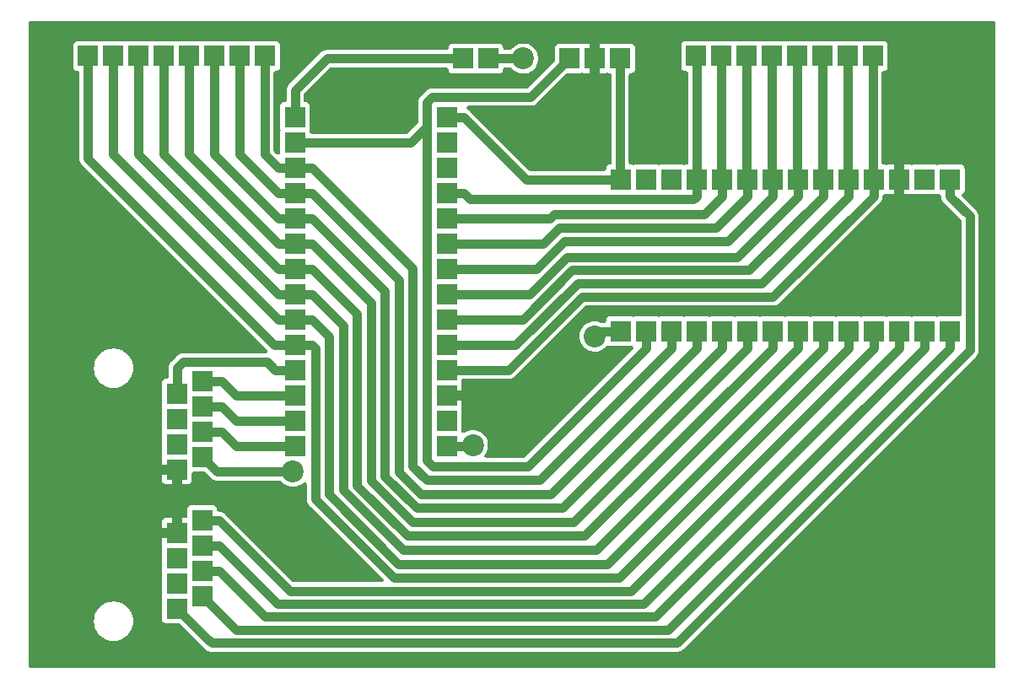
<source format=gbr>
%TF.GenerationSoftware,KiCad,Pcbnew,7.0.10*%
%TF.CreationDate,2024-03-20T01:01:01-06:00*%
%TF.ProjectId,Duel_Mux,4475656c-5f4d-4757-982e-6b696361645f,rev?*%
%TF.SameCoordinates,PX16e360PY16e360*%
%TF.FileFunction,Copper,L1,Top*%
%TF.FilePolarity,Positive*%
%FSLAX46Y46*%
G04 Gerber Fmt 4.6, Leading zero omitted, Abs format (unit mm)*
G04 Created by KiCad (PCBNEW 7.0.10) date 2024-03-20 01:01:01*
%MOMM*%
%LPD*%
G01*
G04 APERTURE LIST*
%TA.AperFunction,ComponentPad*%
%ADD10R,2.140000X2.140000*%
%TD*%
%TA.AperFunction,ViaPad*%
%ADD11C,2.200000*%
%TD*%
%TA.AperFunction,Conductor*%
%ADD12C,0.900000*%
%TD*%
G04 APERTURE END LIST*
D10*
%TO.P,U1,28,D*%
%TO.N,/D2*%
X26710600Y-9676000D03*
%TO.P,U1,27,VSS*%
%TO.N,/-12V*%
X26710600Y-12216000D03*
%TO.P,U1,26,S8*%
%TO.N,/CH8*%
X26710600Y-14756000D03*
%TO.P,U1,25,S7*%
%TO.N,/CH7*%
X26710600Y-17296000D03*
%TO.P,U1,24,S6*%
%TO.N,/CH6*%
X26710600Y-19836000D03*
%TO.P,U1,23,S5*%
%TO.N,/CH5*%
X26710600Y-22376000D03*
%TO.P,U1,22,S4*%
%TO.N,/CH4*%
X26710600Y-24916000D03*
%TO.P,U1,21,S3*%
%TO.N,/CH3*%
X26710600Y-27456000D03*
%TO.P,U1,20,S2*%
%TO.N,/CH2*%
X26710600Y-29996000D03*
%TO.P,U1,19,S1*%
%TO.N,/CH1*%
X26710600Y-32536000D03*
%TO.P,U1,18,EN*%
%TO.N,/EN_2*%
X26710600Y-35076000D03*
%TO.P,U1,17,A0*%
%TO.N,/A0_2*%
X26710600Y-37616000D03*
%TO.P,U1,16,A1*%
%TO.N,/A1_2*%
X26710600Y-40156000D03*
%TO.P,U1,15,A2*%
%TO.N,/A2_2*%
X26710600Y-42696000D03*
%TO.P,U1,14,A3*%
%TO.N,/A3_2*%
X41950600Y-42696000D03*
%TO.P,U1,13,NC*%
%TO.N,unconnected-(U1-NC-Pad13)*%
X41950600Y-40156000D03*
%TO.P,U1,12,GND*%
%TO.N,GND*%
X41950600Y-37616000D03*
%TO.P,U1,11,S9*%
%TO.N,/CH9*%
X41950600Y-35076000D03*
%TO.P,U1,10,S10*%
%TO.N,/CH10*%
X41950600Y-32536000D03*
%TO.P,U1,9,S11*%
%TO.N,/CH11*%
X41950600Y-29996000D03*
%TO.P,U1,8,S12*%
%TO.N,/CH12*%
X41950600Y-27456000D03*
%TO.P,U1,7,S13*%
%TO.N,/CH13*%
X41950600Y-24916000D03*
%TO.P,U1,6,S14*%
%TO.N,/CH14*%
X41950600Y-22376000D03*
%TO.P,U1,5,S15*%
%TO.N,/CH15*%
X41950600Y-19836000D03*
%TO.P,U1,4,S16*%
%TO.N,/CH16*%
X41950600Y-17296000D03*
%TO.P,U1,3,NC*%
%TO.N,unconnected-(U1-NC-Pad3)*%
X41950600Y-14756000D03*
%TO.P,U1,2,NC*%
%TO.N,unconnected-(U1-NC-Pad2)*%
X41950600Y-12216000D03*
%TO.P,U1,1,VDD*%
%TO.N,/+12V*%
X41950600Y-9676000D03*
%TD*%
%TO.P,J3,1_1*%
%TO.N,/A3_1*%
X14862000Y-59028200D03*
%TO.P,J3,1_2*%
%TO.N,/A2_1*%
X17402000Y-57758200D03*
%TO.P,J3,1_3*%
%TO.N,unconnected-(J3-Pad1_3)*%
X14862000Y-56488200D03*
%TO.P,J3,1_4*%
%TO.N,/A1_1*%
X17402000Y-55218200D03*
%TO.P,J3,1_5*%
%TO.N,unconnected-(J3-Pad1_5)*%
X14862000Y-53948200D03*
%TO.P,J3,1_6*%
%TO.N,/A0_1*%
X17402000Y-52678200D03*
%TO.P,J3,1_7*%
%TO.N,GND*%
X14862000Y-51408200D03*
%TO.P,J3,1_8*%
%TO.N,/EN_1*%
X17402000Y-50138200D03*
%TO.P,J3,2_1*%
%TO.N,GND*%
X14862000Y-45058200D03*
%TO.P,J3,2_2*%
%TO.N,/A3_2*%
X17402000Y-43788200D03*
%TO.P,J3,2_3*%
%TO.N,unconnected-(J3-Pad2_3)*%
X14862000Y-42518200D03*
%TO.P,J3,2_4*%
%TO.N,/A2_2*%
X17402000Y-41248200D03*
%TO.P,J3,2_5*%
%TO.N,unconnected-(J3-Pad2_5)*%
X14862000Y-39978200D03*
%TO.P,J3,2_6*%
%TO.N,/A1_2*%
X17402000Y-38708200D03*
%TO.P,J3,2_7*%
%TO.N,/EN_2*%
X14862000Y-37438200D03*
%TO.P,J3,2_8*%
%TO.N,/A0_2*%
X17402000Y-36168200D03*
%TD*%
%TO.P,J1,1,Pin_1*%
%TO.N,/CH9*%
X84733000Y-3554600D03*
%TO.P,J1,2,Pin_2*%
%TO.N,/CH10*%
X82193000Y-3554600D03*
%TO.P,J1,3,Pin_3*%
%TO.N,/CH11*%
X79653000Y-3554600D03*
%TO.P,J1,4,Pin_4*%
%TO.N,/CH12*%
X77113000Y-3554600D03*
%TO.P,J1,5,Pin_5*%
%TO.N,/CH13*%
X74573000Y-3554600D03*
%TO.P,J1,6,Pin_6*%
%TO.N,/CH14*%
X72033000Y-3554600D03*
%TO.P,J1,7,Pin_7*%
%TO.N,/CH15*%
X69493000Y-3554600D03*
%TO.P,J1,8,Pin_8*%
%TO.N,/CH16*%
X66953000Y-3554600D03*
%TD*%
%TO.P,J5,1,Pin_1*%
%TO.N,/-12V*%
X54278400Y-3783200D03*
%TO.P,J5,2,Pin_2*%
%TO.N,GND*%
X56818400Y-3783200D03*
%TO.P,J5,3,Pin_3*%
%TO.N,/+12V*%
X59358400Y-3783200D03*
%TD*%
%TO.P,J4,1,Pin_1*%
%TO.N,/CH1*%
X5929000Y-3554600D03*
%TO.P,J4,2,Pin_2*%
%TO.N,/CH2*%
X8469000Y-3554600D03*
%TO.P,J4,3,Pin_3*%
%TO.N,/CH3*%
X11009000Y-3554600D03*
%TO.P,J4,4,Pin_4*%
%TO.N,/CH4*%
X13549000Y-3554600D03*
%TO.P,J4,5,Pin_5*%
%TO.N,/CH5*%
X16089000Y-3554600D03*
%TO.P,J4,6,Pin_6*%
%TO.N,/CH6*%
X18629000Y-3554600D03*
%TO.P,J4,7,Pin_7*%
%TO.N,/CH7*%
X21169000Y-3554600D03*
%TO.P,J4,8,Pin_8*%
%TO.N,/CH8*%
X23709000Y-3554600D03*
%TD*%
%TO.P,J2,1,Pin_1*%
%TO.N,/D1*%
X46125000Y-3808600D03*
%TO.P,J2,2,Pin_2*%
%TO.N,/D2*%
X43585000Y-3808600D03*
%TD*%
%TO.P,U2,1,VDD*%
%TO.N,/+12V*%
X59419000Y-15934600D03*
%TO.P,U2,2,NC*%
%TO.N,unconnected-(U2-NC-Pad2)*%
X61959000Y-15934600D03*
%TO.P,U2,3,NC*%
%TO.N,unconnected-(U2-NC-Pad3)*%
X64499000Y-15934600D03*
%TO.P,U2,4,S16*%
%TO.N,/CH16*%
X67039000Y-15934600D03*
%TO.P,U2,5,S15*%
%TO.N,/CH15*%
X69579000Y-15934600D03*
%TO.P,U2,6,S14*%
%TO.N,/CH14*%
X72119000Y-15934600D03*
%TO.P,U2,7,S13*%
%TO.N,/CH13*%
X74659000Y-15934600D03*
%TO.P,U2,8,S12*%
%TO.N,/CH12*%
X77199000Y-15934600D03*
%TO.P,U2,9,S11*%
%TO.N,/CH11*%
X79739000Y-15934600D03*
%TO.P,U2,10,S10*%
%TO.N,/CH10*%
X82279000Y-15934600D03*
%TO.P,U2,11,S9*%
%TO.N,/CH9*%
X84819000Y-15934600D03*
%TO.P,U2,12,GND*%
%TO.N,GND*%
X87359000Y-15934600D03*
%TO.P,U2,13,NC*%
%TO.N,unconnected-(U2-NC-Pad13)*%
X89899000Y-15934600D03*
%TO.P,U2,14,A3*%
%TO.N,/A3_1*%
X92439000Y-15934600D03*
%TO.P,U2,15,A2*%
%TO.N,/A2_1*%
X92439000Y-31174600D03*
%TO.P,U2,16,A1*%
%TO.N,/A1_1*%
X89899000Y-31174600D03*
%TO.P,U2,17,A0*%
%TO.N,/A0_1*%
X87359000Y-31174600D03*
%TO.P,U2,18,EN*%
%TO.N,/EN_1*%
X84819000Y-31174600D03*
%TO.P,U2,19,S1*%
%TO.N,/CH1*%
X82279000Y-31174600D03*
%TO.P,U2,20,S2*%
%TO.N,/CH2*%
X79739000Y-31174600D03*
%TO.P,U2,21,S3*%
%TO.N,/CH3*%
X77199000Y-31174600D03*
%TO.P,U2,22,S4*%
%TO.N,/CH4*%
X74659000Y-31174600D03*
%TO.P,U2,23,S5*%
%TO.N,/CH5*%
X72119000Y-31174600D03*
%TO.P,U2,24,S6*%
%TO.N,/CH6*%
X69579000Y-31174600D03*
%TO.P,U2,25,S7*%
%TO.N,/CH7*%
X67039000Y-31174600D03*
%TO.P,U2,26,S8*%
%TO.N,/CH8*%
X64499000Y-31174600D03*
%TO.P,U2,27,VSS*%
%TO.N,/-12V*%
X61959000Y-31174600D03*
%TO.P,U2,28,D*%
%TO.N,/D1*%
X59419000Y-31174600D03*
%TD*%
D11*
%TO.N,/D1*%
X49630200Y-3808600D03*
X56800000Y-31700000D03*
%TO.N,/A3_2*%
X44566800Y-42619800D03*
X26507400Y-45286800D03*
%TD*%
D12*
%TO.N,/D1*%
X59393600Y-31200000D02*
X59419000Y-31174600D01*
X57300000Y-31200000D02*
X59393600Y-31200000D01*
X56800000Y-31700000D02*
X57300000Y-31200000D01*
%TO.N,/A3_2*%
X18900600Y-45286800D02*
X26507400Y-45286800D01*
X17402000Y-43788200D02*
X18900600Y-45286800D01*
%TO.N,/A2_2*%
X20819800Y-42696000D02*
X26710600Y-42696000D01*
X19372000Y-41248200D02*
X20819800Y-42696000D01*
X17402000Y-41248200D02*
X19372000Y-41248200D01*
%TO.N,/A1_2*%
X17402000Y-38708200D02*
X19372000Y-38708200D01*
X19372000Y-38708200D02*
X20819800Y-40156000D01*
X20819800Y-40156000D02*
X26710600Y-40156000D01*
%TO.N,/A0_2*%
X20819800Y-37616000D02*
X26710600Y-37616000D01*
X19372000Y-36168200D02*
X20819800Y-37616000D01*
X17402000Y-36168200D02*
X19372000Y-36168200D01*
%TO.N,/EN_2*%
X24740600Y-35076000D02*
X26710600Y-35076000D01*
X15472000Y-34238200D02*
X23902800Y-34238200D01*
X23902800Y-34238200D02*
X24740600Y-35076000D01*
%TO.N,/CH1*%
X5929000Y-13824400D02*
X5929000Y-3554600D01*
X24640600Y-32536000D02*
X5929000Y-13824400D01*
%TO.N,/CH2*%
X8469000Y-13435400D02*
X8469000Y-3554600D01*
X25029600Y-29996000D02*
X8469000Y-13435400D01*
%TO.N,/CH3*%
X11009000Y-13435400D02*
X11009000Y-3554600D01*
X25029600Y-27456000D02*
X11009000Y-13435400D01*
%TO.N,/CH4*%
X13549000Y-13451449D02*
X13549000Y-3554600D01*
X25013551Y-24916000D02*
X13549000Y-13451449D01*
%TO.N,/CH5*%
X16089000Y-13460800D02*
X16089000Y-3554600D01*
X25004200Y-22376000D02*
X16089000Y-13460800D01*
%TO.N,/CH6*%
X25004200Y-19836000D02*
X18629000Y-13460800D01*
X18629000Y-13460800D02*
X18629000Y-3554600D01*
%TO.N,/CH7*%
X21169000Y-13460800D02*
X21169000Y-3554600D01*
X25004200Y-17296000D02*
X21169000Y-13460800D01*
%TO.N,/CH8*%
X23709000Y-13435400D02*
X23709000Y-3554600D01*
X25029600Y-14756000D02*
X23709000Y-13435400D01*
%TO.N,/D1*%
X48080800Y-3808600D02*
X49630200Y-3808600D01*
X46125000Y-3808600D02*
X48080800Y-3808600D01*
%TO.N,/D2*%
X26710600Y-7009000D02*
X26710600Y-9676000D01*
X29911000Y-3808600D02*
X26710600Y-7009000D01*
X43585000Y-3808600D02*
X29911000Y-3808600D01*
%TO.N,/+12V*%
X59358400Y-15874000D02*
X59419000Y-15934600D01*
X59358400Y-3783200D02*
X59358400Y-15874000D01*
%TO.N,/-12V*%
X40486200Y-7669400D02*
X39944000Y-8211600D01*
X50392200Y-7669400D02*
X40486200Y-7669400D01*
X54278400Y-3783200D02*
X50392200Y-7669400D01*
X39944000Y-8211600D02*
X39944000Y-10615800D01*
%TO.N,/CH15*%
X52709680Y-19433000D02*
X52306680Y-19836000D01*
X67765600Y-19433000D02*
X52709680Y-19433000D01*
X69579000Y-17619600D02*
X67765600Y-19433000D01*
X52306680Y-19836000D02*
X41950600Y-19836000D01*
X69579000Y-15934600D02*
X69579000Y-17619600D01*
%TO.N,/+12V*%
X49894400Y-15934600D02*
X59419000Y-15934600D01*
X43635800Y-9676000D02*
X49894400Y-15934600D01*
X41950600Y-9676000D02*
X43635800Y-9676000D01*
%TO.N,/CH16*%
X66715600Y-17943000D02*
X44282800Y-17943000D01*
X43635800Y-17296000D02*
X41950600Y-17296000D01*
X67039000Y-17619600D02*
X66715600Y-17943000D01*
X44282800Y-17943000D02*
X43635800Y-17296000D01*
X67039000Y-15934600D02*
X67039000Y-17619600D01*
%TO.N,/CH14*%
X53252300Y-20743000D02*
X51619300Y-22376000D01*
X69021000Y-20743000D02*
X53252300Y-20743000D01*
X51619300Y-22376000D02*
X41950600Y-22376000D01*
%TO.N,/CH13*%
X50931920Y-24916000D02*
X41950600Y-24916000D01*
X70135600Y-22143000D02*
X53704920Y-22143000D01*
X53704920Y-22143000D02*
X50931920Y-24916000D01*
%TO.N,/CH12*%
X77199000Y-17619600D02*
X77199000Y-15934600D01*
X71095600Y-23723000D02*
X77199000Y-17619600D01*
X53977540Y-23723000D02*
X71095600Y-23723000D01*
X41950600Y-27456000D02*
X50244540Y-27456000D01*
X50244540Y-27456000D02*
X53977540Y-23723000D01*
%TO.N,/CH11*%
X79739000Y-17619600D02*
X79739000Y-15934600D01*
X72325600Y-25033000D02*
X79739000Y-17619600D01*
X54520160Y-25033000D02*
X72325600Y-25033000D01*
X49557160Y-29996000D02*
X54520160Y-25033000D01*
X41950600Y-29996000D02*
X49557160Y-29996000D01*
%TO.N,/CH10*%
X73555600Y-26343000D02*
X82279000Y-17619600D01*
X55062780Y-26343000D02*
X73555600Y-26343000D01*
X48869780Y-32536000D02*
X55062780Y-26343000D01*
X41950600Y-32536000D02*
X48869780Y-32536000D01*
X82279000Y-17619600D02*
X82279000Y-15934600D01*
%TO.N,/CH9*%
X84819000Y-17619600D02*
X84819000Y-15934600D01*
X74695600Y-27743000D02*
X84819000Y-17619600D01*
X55515400Y-27743000D02*
X74695600Y-27743000D01*
X48182400Y-35076000D02*
X55515400Y-27743000D01*
X41950600Y-35076000D02*
X48182400Y-35076000D01*
%TO.N,/A3_1*%
X65075600Y-62478000D02*
X18311800Y-62478000D01*
X94452400Y-33101200D02*
X65075600Y-62478000D01*
X18311800Y-62478000D02*
X17869800Y-62036000D01*
X92439000Y-15934600D02*
X92439000Y-17618700D01*
X92439000Y-17618700D02*
X94452400Y-19632100D01*
X94452400Y-19632100D02*
X94452400Y-33101200D01*
%TO.N,/A2_1*%
X64130600Y-61168000D02*
X20811800Y-61168000D01*
X92439000Y-32859600D02*
X64130600Y-61168000D01*
X20811800Y-61168000D02*
X20369800Y-60726000D01*
X92439000Y-31174600D02*
X92439000Y-32859600D01*
%TO.N,/A1_1*%
X23715000Y-59858000D02*
X23273000Y-59416000D01*
X62900600Y-59858000D02*
X23715000Y-59858000D01*
X89899000Y-32859600D02*
X62900600Y-59858000D01*
X89899000Y-31174600D02*
X89899000Y-32859600D01*
%TO.N,/A0_1*%
X24945000Y-58548000D02*
X24503000Y-58106000D01*
X61670600Y-58548000D02*
X24945000Y-58548000D01*
X87359000Y-32859600D02*
X61670600Y-58548000D01*
X87359000Y-31174600D02*
X87359000Y-32859600D01*
%TO.N,/EN_1*%
X26200400Y-57238000D02*
X25758400Y-56796000D01*
X60440600Y-57238000D02*
X26200400Y-57238000D01*
X84819000Y-32859600D02*
X60440600Y-57238000D01*
X84819000Y-31174600D02*
X84819000Y-32859600D01*
%TO.N,/CH1*%
X82279000Y-32860200D02*
X82279000Y-31174600D01*
X59211200Y-55928000D02*
X82279000Y-32860200D01*
X36652690Y-55928000D02*
X59211200Y-55928000D01*
%TO.N,/CH2*%
X79739000Y-32860200D02*
X79739000Y-31174600D01*
X58071200Y-54528000D02*
X79739000Y-32860200D01*
X37105309Y-54528000D02*
X58071200Y-54528000D01*
%TO.N,/CH3*%
X77199000Y-32860200D02*
X77199000Y-31174600D01*
X56931200Y-53128000D02*
X77199000Y-32860200D01*
X37557928Y-53128000D02*
X56931200Y-53128000D01*
%TO.N,/CH4*%
X74659000Y-32860200D02*
X74659000Y-31174600D01*
X55791200Y-51728000D02*
X74659000Y-32860200D01*
X38010547Y-51728000D02*
X55791200Y-51728000D01*
%TO.N,/CH5*%
X72119000Y-32860200D02*
X72119000Y-31174600D01*
X54651200Y-50328000D02*
X72119000Y-32860200D01*
X38463166Y-50328000D02*
X54651200Y-50328000D01*
%TO.N,/CH6*%
X53536600Y-48928000D02*
X69579000Y-32885600D01*
X69579000Y-32885600D02*
X69579000Y-31174600D01*
X38915785Y-48928000D02*
X53536600Y-48928000D01*
%TO.N,/CH7*%
X67039000Y-32860200D02*
X67039000Y-31174600D01*
X52371200Y-47528000D02*
X67039000Y-32860200D01*
X39368404Y-47528000D02*
X52371200Y-47528000D01*
%TO.N,/CH8*%
X64499000Y-32881800D02*
X64499000Y-31174600D01*
X51252800Y-46128000D02*
X64499000Y-32881800D01*
X39948302Y-46128000D02*
X51252800Y-46128000D01*
%TO.N,/-12V*%
X61959000Y-32881800D02*
X50112800Y-44728000D01*
X50112800Y-44728000D02*
X40528200Y-44728000D01*
X61959000Y-31174600D02*
X61959000Y-32881800D01*
%TO.N,/A3_1*%
X17869800Y-62036000D02*
X14862000Y-59028200D01*
%TO.N,/A2_1*%
X20369800Y-60726000D02*
X17402000Y-57758200D01*
%TO.N,/A1_1*%
X19075200Y-55218200D02*
X17402000Y-55218200D01*
X23273000Y-59416000D02*
X19075200Y-55218200D01*
%TO.N,/A0_1*%
X24503000Y-58106000D02*
X19075200Y-52678200D01*
X19075200Y-52678200D02*
X17402000Y-52678200D01*
%TO.N,/EN_1*%
X19100600Y-50138200D02*
X17402000Y-50138200D01*
X25758400Y-56796000D02*
X19100600Y-50138200D01*
%TO.N,/EN_2*%
X26314800Y-34680200D02*
X26710600Y-35076000D01*
X14862000Y-37438200D02*
X14862000Y-34848200D01*
X14862000Y-34848200D02*
X15472000Y-34238200D01*
%TO.N,/CH9*%
X84733000Y-3554600D02*
X84733000Y-15848600D01*
X84733000Y-15848600D02*
X84819000Y-15934600D01*
%TO.N,/CH10*%
X82193000Y-3554600D02*
X82193000Y-15848600D01*
X82193000Y-15848600D02*
X82279000Y-15934600D01*
%TO.N,/CH11*%
X79653000Y-15848600D02*
X79739000Y-15934600D01*
X79653000Y-3554600D02*
X79653000Y-15848600D01*
%TO.N,/CH12*%
X77113000Y-3554600D02*
X77113000Y-15848600D01*
X77113000Y-15848600D02*
X77199000Y-15934600D01*
%TO.N,/CH13*%
X74573000Y-3554600D02*
X74573000Y-15848600D01*
X74659000Y-15934600D02*
X74659000Y-17619600D01*
X74659000Y-17619600D02*
X70135600Y-22143000D01*
X74573000Y-15848600D02*
X74659000Y-15934600D01*
%TO.N,/CH14*%
X72119000Y-17645000D02*
X69021000Y-20743000D01*
X72033000Y-15848600D02*
X72119000Y-15934600D01*
X72033000Y-3554600D02*
X72033000Y-15848600D01*
X72119000Y-15934600D02*
X72119000Y-17645000D01*
%TO.N,/CH15*%
X69493000Y-3554600D02*
X69493000Y-15848600D01*
X69493000Y-15848600D02*
X69579000Y-15934600D01*
%TO.N,/CH16*%
X67039000Y-3640600D02*
X66953000Y-3554600D01*
X67039000Y-15934600D02*
X67039000Y-3640600D01*
%TO.N,/A3_2*%
X44490600Y-42696000D02*
X41950600Y-42696000D01*
X44566800Y-42619800D02*
X44490600Y-42696000D01*
%TO.N,/CH1*%
X28744000Y-32867600D02*
X28744000Y-48019325D01*
X28744000Y-48019325D02*
X36652690Y-55928000D01*
X28412400Y-32536000D02*
X28744000Y-32867600D01*
X26710600Y-32536000D02*
X24640600Y-32536000D01*
X26710600Y-32536000D02*
X28412400Y-32536000D01*
%TO.N,/CH2*%
X26710600Y-29996000D02*
X28412400Y-29996000D01*
X26710600Y-29996000D02*
X25029600Y-29996000D01*
X28412400Y-29996000D02*
X30144000Y-31727600D01*
X30144000Y-47566704D02*
X37105309Y-54528000D01*
X30144000Y-31727600D02*
X30144000Y-47566704D01*
%TO.N,/CH3*%
X26710600Y-27456000D02*
X28412400Y-27456000D01*
X26710600Y-27456000D02*
X25029600Y-27456000D01*
X31544000Y-30587600D02*
X31544000Y-47114083D01*
X28412400Y-27456000D02*
X31544000Y-30587600D01*
X31544000Y-47114083D02*
X37557928Y-53128000D01*
%TO.N,/CH4*%
X32944000Y-29447600D02*
X32944000Y-46661462D01*
X26710600Y-24916000D02*
X28412400Y-24916000D01*
X32944000Y-46661462D02*
X38010547Y-51728000D01*
X26710600Y-24916000D02*
X25013551Y-24916000D01*
X28412400Y-24916000D02*
X32944000Y-29447600D01*
%TO.N,/CH5*%
X34344000Y-28307600D02*
X34344000Y-46208841D01*
X26710600Y-22376000D02*
X25004200Y-22376000D01*
X34344000Y-46208841D02*
X38463166Y-50328000D01*
X28412400Y-22376000D02*
X34344000Y-28307600D01*
X26710600Y-22376000D02*
X28412400Y-22376000D01*
%TO.N,/CH6*%
X35744000Y-45756220D02*
X38915785Y-48928000D01*
X26710600Y-19836000D02*
X25004200Y-19836000D01*
X35744000Y-27167600D02*
X35744000Y-45756220D01*
X28412400Y-19836000D02*
X35744000Y-27167600D01*
X26710600Y-19836000D02*
X28412400Y-19836000D01*
%TO.N,/CH7*%
X37144000Y-45303599D02*
X39368404Y-47528000D01*
X26710600Y-17296000D02*
X25004200Y-17296000D01*
X26710600Y-17296000D02*
X28412400Y-17296000D01*
X37144000Y-26027600D02*
X37144000Y-45303599D01*
X28412400Y-17296000D02*
X37144000Y-26027600D01*
%TO.N,/CH8*%
X26710600Y-14756000D02*
X25029600Y-14756000D01*
X38544000Y-44723699D02*
X39948302Y-46128000D01*
X28412400Y-14756000D02*
X38544000Y-24887600D01*
X38544000Y-24887600D02*
X38544000Y-44723699D01*
X26710600Y-14756000D02*
X28412400Y-14756000D01*
%TO.N,/-12V*%
X39944000Y-44143800D02*
X39944000Y-10615800D01*
X40528200Y-44728000D02*
X39944000Y-44143800D01*
X26710600Y-12216000D02*
X38343800Y-12216000D01*
X38343800Y-12216000D02*
X39944000Y-10615800D01*
%TD*%
%TA.AperFunction,Conductor*%
%TO.N,GND*%
G36*
X15362000Y-51704200D02*
G01*
X15341798Y-51792712D01*
X15285192Y-51863694D01*
X15203394Y-51903085D01*
X15158000Y-51908200D01*
X14897763Y-51908200D01*
X15004315Y-51892880D01*
X15135100Y-51833152D01*
X15243761Y-51738998D01*
X15321493Y-51618044D01*
X15362000Y-51480089D01*
X15362000Y-51704200D01*
G37*
%TD.AperFunction*%
%TA.AperFunction,Conductor*%
G36*
X15246512Y-44578402D02*
G01*
X15317494Y-44635008D01*
X15356885Y-44716806D01*
X15362000Y-44762200D01*
X15362000Y-44986311D01*
X15321493Y-44848356D01*
X15243761Y-44727402D01*
X15135100Y-44633248D01*
X15004315Y-44573520D01*
X14897763Y-44558200D01*
X15158000Y-44558200D01*
X15246512Y-44578402D01*
G37*
%TD.AperFunction*%
%TA.AperFunction,Conductor*%
G36*
X87859000Y-17414599D02*
G01*
X88461262Y-17414599D01*
X88461266Y-17414598D01*
X88557274Y-17399393D01*
X88565137Y-17396839D01*
X88655559Y-17388699D01*
X88691226Y-17396839D01*
X88700560Y-17399871D01*
X88700567Y-17399875D01*
X88796693Y-17415100D01*
X91001306Y-17415099D01*
X91097433Y-17399875D01*
X91097438Y-17399872D01*
X91105953Y-17397106D01*
X91196376Y-17388964D01*
X91232045Y-17397106D01*
X91240563Y-17399874D01*
X91240565Y-17399874D01*
X91240567Y-17399875D01*
X91336693Y-17415100D01*
X91370941Y-17415099D01*
X91459451Y-17435299D01*
X91530434Y-17491903D01*
X91569827Y-17573700D01*
X91574271Y-17635649D01*
X91573742Y-17642138D01*
X91584432Y-17720599D01*
X91585103Y-17726077D01*
X91593663Y-17804771D01*
X91596040Y-17815570D01*
X91595483Y-17815692D01*
X91595790Y-17816999D01*
X91596342Y-17816862D01*
X91599012Y-17827598D01*
X91626310Y-17901904D01*
X91628144Y-17907113D01*
X91653424Y-17982141D01*
X91658068Y-17992179D01*
X91657550Y-17992418D01*
X91658131Y-17993631D01*
X91658642Y-17993378D01*
X91663554Y-18003282D01*
X91706212Y-18070020D01*
X91709117Y-18074705D01*
X91709670Y-18075623D01*
X91749924Y-18142526D01*
X91756615Y-18151327D01*
X91756161Y-18151672D01*
X91756987Y-18152729D01*
X91757432Y-18152372D01*
X91764361Y-18160992D01*
X91820346Y-18216977D01*
X91824200Y-18220937D01*
X91878640Y-18278409D01*
X91887067Y-18285567D01*
X91886696Y-18286003D01*
X91902098Y-18298729D01*
X93532150Y-19928781D01*
X93580452Y-20005654D01*
X93591900Y-20073031D01*
X93591900Y-29490100D01*
X93571698Y-29578612D01*
X93515092Y-29649594D01*
X93433294Y-29688985D01*
X93387900Y-29694100D01*
X91336699Y-29694100D01*
X91336697Y-29694100D01*
X91336694Y-29694101D01*
X91258448Y-29706493D01*
X91240560Y-29709326D01*
X91232030Y-29712098D01*
X91141607Y-29720233D01*
X91105958Y-29712095D01*
X91097429Y-29709323D01*
X91001308Y-29694100D01*
X88796699Y-29694100D01*
X88796697Y-29694100D01*
X88796694Y-29694101D01*
X88718448Y-29706493D01*
X88700560Y-29709326D01*
X88692030Y-29712098D01*
X88601607Y-29720233D01*
X88565958Y-29712095D01*
X88557429Y-29709323D01*
X88461308Y-29694100D01*
X86256699Y-29694100D01*
X86256697Y-29694100D01*
X86256694Y-29694101D01*
X86178448Y-29706493D01*
X86160560Y-29709326D01*
X86152030Y-29712098D01*
X86061607Y-29720233D01*
X86025958Y-29712095D01*
X86017429Y-29709323D01*
X85921308Y-29694100D01*
X83716699Y-29694100D01*
X83716697Y-29694100D01*
X83716694Y-29694101D01*
X83638448Y-29706493D01*
X83620560Y-29709326D01*
X83612030Y-29712098D01*
X83521607Y-29720233D01*
X83485958Y-29712095D01*
X83477429Y-29709323D01*
X83381308Y-29694100D01*
X81176699Y-29694100D01*
X81176697Y-29694100D01*
X81176694Y-29694101D01*
X81098448Y-29706493D01*
X81080560Y-29709326D01*
X81072030Y-29712098D01*
X80981607Y-29720233D01*
X80945958Y-29712095D01*
X80937429Y-29709323D01*
X80841308Y-29694100D01*
X78636699Y-29694100D01*
X78636697Y-29694100D01*
X78636694Y-29694101D01*
X78558448Y-29706493D01*
X78540560Y-29709326D01*
X78532030Y-29712098D01*
X78441607Y-29720233D01*
X78405958Y-29712095D01*
X78397429Y-29709323D01*
X78301308Y-29694100D01*
X76096699Y-29694100D01*
X76096697Y-29694100D01*
X76096694Y-29694101D01*
X76018448Y-29706493D01*
X76000560Y-29709326D01*
X75992030Y-29712098D01*
X75901607Y-29720233D01*
X75865958Y-29712095D01*
X75857429Y-29709323D01*
X75761308Y-29694100D01*
X73556699Y-29694100D01*
X73556697Y-29694100D01*
X73556694Y-29694101D01*
X73478448Y-29706493D01*
X73460560Y-29709326D01*
X73452030Y-29712098D01*
X73361607Y-29720233D01*
X73325958Y-29712095D01*
X73317429Y-29709323D01*
X73221308Y-29694100D01*
X71016699Y-29694100D01*
X71016697Y-29694100D01*
X71016694Y-29694101D01*
X70938448Y-29706493D01*
X70920560Y-29709326D01*
X70912030Y-29712098D01*
X70821607Y-29720233D01*
X70785958Y-29712095D01*
X70777429Y-29709323D01*
X70681308Y-29694100D01*
X68476699Y-29694100D01*
X68476697Y-29694100D01*
X68476694Y-29694101D01*
X68398448Y-29706493D01*
X68380560Y-29709326D01*
X68372030Y-29712098D01*
X68281607Y-29720233D01*
X68245958Y-29712095D01*
X68237429Y-29709323D01*
X68141308Y-29694100D01*
X65936699Y-29694100D01*
X65936697Y-29694100D01*
X65936694Y-29694101D01*
X65858448Y-29706493D01*
X65840560Y-29709326D01*
X65832030Y-29712098D01*
X65741607Y-29720233D01*
X65705958Y-29712095D01*
X65697429Y-29709323D01*
X65601308Y-29694100D01*
X63396699Y-29694100D01*
X63396697Y-29694100D01*
X63396694Y-29694101D01*
X63318448Y-29706493D01*
X63300560Y-29709326D01*
X63292030Y-29712098D01*
X63201607Y-29720233D01*
X63165958Y-29712095D01*
X63157429Y-29709323D01*
X63061308Y-29694100D01*
X60856699Y-29694100D01*
X60856697Y-29694100D01*
X60856694Y-29694101D01*
X60778448Y-29706493D01*
X60760560Y-29709326D01*
X60752030Y-29712098D01*
X60661607Y-29720233D01*
X60625958Y-29712095D01*
X60617429Y-29709323D01*
X60521308Y-29694100D01*
X58316699Y-29694100D01*
X58316695Y-29694100D01*
X58316694Y-29694101D01*
X58297468Y-29697145D01*
X58220563Y-29709325D01*
X58104709Y-29768356D01*
X58012759Y-29860306D01*
X58012758Y-29860306D01*
X57953724Y-29976168D01*
X57953723Y-29976170D01*
X57938500Y-30072286D01*
X57938500Y-30135500D01*
X57918298Y-30224012D01*
X57861692Y-30294994D01*
X57779894Y-30334385D01*
X57734500Y-30339500D01*
X57503167Y-30339500D01*
X57425099Y-30323971D01*
X57268218Y-30258988D01*
X57037033Y-30203484D01*
X57037025Y-30203483D01*
X56800001Y-30184829D01*
X56799999Y-30184829D01*
X56562974Y-30203483D01*
X56562966Y-30203484D01*
X56331781Y-30258988D01*
X56112127Y-30349972D01*
X55909402Y-30474202D01*
X55728616Y-30628607D01*
X55728607Y-30628616D01*
X55574202Y-30809402D01*
X55449972Y-31012127D01*
X55358988Y-31231781D01*
X55303484Y-31462966D01*
X55303483Y-31462974D01*
X55284829Y-31699998D01*
X55284829Y-31700001D01*
X55303483Y-31937025D01*
X55303484Y-31937033D01*
X55358988Y-32168218D01*
X55449972Y-32387872D01*
X55574202Y-32590597D01*
X55728607Y-32771383D01*
X55728616Y-32771392D01*
X55909402Y-32925797D01*
X55909404Y-32925798D01*
X55909405Y-32925799D01*
X56112127Y-33050027D01*
X56331786Y-33141013D01*
X56511213Y-33184090D01*
X56562966Y-33196515D01*
X56562967Y-33196515D01*
X56562975Y-33196517D01*
X56781345Y-33213702D01*
X56799999Y-33215171D01*
X56800000Y-33215171D01*
X56800001Y-33215171D01*
X56817293Y-33213809D01*
X57037025Y-33196517D01*
X57268214Y-33141013D01*
X57487873Y-33050027D01*
X57690595Y-32925799D01*
X57871388Y-32771388D01*
X57951085Y-32678074D01*
X58023930Y-32623889D01*
X58113072Y-32606677D01*
X58198820Y-32628795D01*
X58220564Y-32639874D01*
X58220570Y-32639876D01*
X58262329Y-32646489D01*
X58316693Y-32655100D01*
X60476269Y-32655099D01*
X60564781Y-32675301D01*
X60635763Y-32731907D01*
X60675154Y-32813705D01*
X60675154Y-32904493D01*
X60635763Y-32986291D01*
X60620519Y-33003349D01*
X49816119Y-43807750D01*
X49739246Y-43856052D01*
X49671869Y-43867500D01*
X45930113Y-43867500D01*
X45841601Y-43847298D01*
X45770619Y-43790692D01*
X45731228Y-43708894D01*
X45731228Y-43618106D01*
X45770619Y-43536308D01*
X45774990Y-43531013D01*
X45790602Y-43512733D01*
X45792599Y-43510395D01*
X45916827Y-43307673D01*
X46007813Y-43088014D01*
X46063317Y-42856825D01*
X46081971Y-42619800D01*
X46063317Y-42382775D01*
X46007813Y-42151586D01*
X45916827Y-41931927D01*
X45792599Y-41729205D01*
X45792598Y-41729204D01*
X45792597Y-41729202D01*
X45638192Y-41548416D01*
X45638183Y-41548407D01*
X45457397Y-41394002D01*
X45254672Y-41269772D01*
X45035018Y-41178788D01*
X44803833Y-41123284D01*
X44803825Y-41123283D01*
X44566801Y-41104629D01*
X44566799Y-41104629D01*
X44329774Y-41123283D01*
X44329766Y-41123284D01*
X44098581Y-41178788D01*
X43878921Y-41269775D01*
X43741687Y-41353871D01*
X43655662Y-41382893D01*
X43565565Y-41371716D01*
X43489239Y-41322553D01*
X43441802Y-41245143D01*
X43431099Y-41179937D01*
X43431099Y-39053694D01*
X43415875Y-38957567D01*
X43415872Y-38957561D01*
X43412839Y-38948227D01*
X43404698Y-38857804D01*
X43412839Y-38822138D01*
X43415393Y-38814276D01*
X43430600Y-38718264D01*
X43430600Y-38116000D01*
X41986363Y-38116000D01*
X42092915Y-38100680D01*
X42223700Y-38040952D01*
X42332361Y-37946798D01*
X42410093Y-37825844D01*
X42450600Y-37687889D01*
X42450600Y-37544111D01*
X42410093Y-37406156D01*
X42332361Y-37285202D01*
X42223700Y-37191048D01*
X42092915Y-37131320D01*
X41986363Y-37116000D01*
X43430599Y-37116000D01*
X43430599Y-36513738D01*
X43430598Y-36513733D01*
X43415393Y-36417726D01*
X43412838Y-36409861D01*
X43404699Y-36319438D01*
X43412840Y-36283772D01*
X43415872Y-36274438D01*
X43415875Y-36274433D01*
X43431100Y-36178307D01*
X43431100Y-36140500D01*
X43451302Y-36051988D01*
X43507908Y-35981006D01*
X43589706Y-35941615D01*
X43635100Y-35936500D01*
X48139128Y-35936500D01*
X48155685Y-35937172D01*
X48205839Y-35941257D01*
X48284335Y-35930561D01*
X48289738Y-35929899D01*
X48368473Y-35921337D01*
X48368474Y-35921336D01*
X48379281Y-35918958D01*
X48379405Y-35919521D01*
X48380702Y-35919217D01*
X48380563Y-35918657D01*
X48391296Y-35915988D01*
X48398901Y-35913194D01*
X48465658Y-35888668D01*
X48470768Y-35886869D01*
X48545845Y-35861574D01*
X48545854Y-35861568D01*
X48555890Y-35856926D01*
X48556133Y-35857451D01*
X48557332Y-35856876D01*
X48557075Y-35856358D01*
X48566973Y-35851448D01*
X48566985Y-35851444D01*
X48629821Y-35811279D01*
X48633731Y-35808780D01*
X48638366Y-35805904D01*
X48706223Y-35765077D01*
X48706229Y-35765070D01*
X48715027Y-35758384D01*
X48715376Y-35758843D01*
X48716430Y-35758019D01*
X48716069Y-35757570D01*
X48724686Y-35750643D01*
X48724691Y-35750640D01*
X48780712Y-35694617D01*
X48784639Y-35690797D01*
X48842104Y-35636365D01*
X48842104Y-35636363D01*
X48842108Y-35636361D01*
X48842110Y-35636357D01*
X48849265Y-35627934D01*
X48849702Y-35628305D01*
X48862426Y-35612903D01*
X55812081Y-28663250D01*
X55888954Y-28614948D01*
X55956331Y-28603500D01*
X74652328Y-28603500D01*
X74668885Y-28604172D01*
X74719039Y-28608257D01*
X74797535Y-28597561D01*
X74802938Y-28596899D01*
X74881673Y-28588337D01*
X74881674Y-28588336D01*
X74892481Y-28585958D01*
X74892605Y-28586521D01*
X74893902Y-28586217D01*
X74893763Y-28585657D01*
X74904496Y-28582988D01*
X74978858Y-28555668D01*
X74983968Y-28553869D01*
X75059045Y-28528574D01*
X75059054Y-28528568D01*
X75069090Y-28523926D01*
X75069333Y-28524451D01*
X75070532Y-28523876D01*
X75070275Y-28523358D01*
X75080173Y-28518448D01*
X75080185Y-28518444D01*
X75146931Y-28475780D01*
X75151566Y-28472904D01*
X75219423Y-28432077D01*
X75219429Y-28432070D01*
X75228227Y-28425384D01*
X75228576Y-28425843D01*
X75229630Y-28425019D01*
X75229269Y-28424570D01*
X75237886Y-28417643D01*
X75237891Y-28417640D01*
X75293912Y-28361617D01*
X75297839Y-28357797D01*
X75355304Y-28303365D01*
X75355304Y-28303363D01*
X75355308Y-28303361D01*
X75355310Y-28303357D01*
X75362465Y-28294934D01*
X75362902Y-28295305D01*
X75375626Y-28279903D01*
X85396881Y-18258648D01*
X85409055Y-18247427D01*
X85440243Y-18220937D01*
X85447403Y-18214855D01*
X85495353Y-18151777D01*
X85498713Y-18147480D01*
X85548317Y-18085770D01*
X85548318Y-18085767D01*
X85554277Y-18076446D01*
X85554762Y-18076756D01*
X85555465Y-18075623D01*
X85554971Y-18075326D01*
X85560672Y-18065851D01*
X85560671Y-18065851D01*
X85560673Y-18065850D01*
X85593954Y-17993911D01*
X85596254Y-17989109D01*
X85631479Y-17918090D01*
X85631480Y-17918082D01*
X85635297Y-17907698D01*
X85635836Y-17907896D01*
X85636277Y-17906641D01*
X85635733Y-17906458D01*
X85639264Y-17895978D01*
X85656283Y-17818658D01*
X85657531Y-17813325D01*
X85676650Y-17736452D01*
X85676650Y-17736444D01*
X85678144Y-17725486D01*
X85678715Y-17725563D01*
X85678876Y-17724249D01*
X85678303Y-17724187D01*
X85679500Y-17713182D01*
X85679500Y-17634013D01*
X85679575Y-17628489D01*
X85679979Y-17613575D01*
X85702571Y-17525642D01*
X85761078Y-17456220D01*
X85843912Y-17419057D01*
X85883904Y-17415099D01*
X85921301Y-17415099D01*
X85921306Y-17415099D01*
X86017433Y-17399875D01*
X86017440Y-17399871D01*
X86026773Y-17396839D01*
X86117196Y-17388698D01*
X86152862Y-17396839D01*
X86160723Y-17399393D01*
X86256735Y-17414599D01*
X86859000Y-17414599D01*
X86859000Y-16006489D01*
X86899507Y-16144444D01*
X86977239Y-16265398D01*
X87085900Y-16359552D01*
X87216685Y-16419280D01*
X87323237Y-16434600D01*
X87394763Y-16434600D01*
X87501315Y-16419280D01*
X87632100Y-16359552D01*
X87740761Y-16265398D01*
X87818493Y-16144444D01*
X87859000Y-16006489D01*
X87859000Y-17414599D01*
G37*
%TD.AperFunction*%
%TA.AperFunction,Conductor*%
G36*
X41491107Y-37825844D02*
G01*
X41568839Y-37946798D01*
X41677500Y-38040952D01*
X41808285Y-38100680D01*
X41914837Y-38116000D01*
X41654600Y-38116000D01*
X41566088Y-38095798D01*
X41495106Y-38039192D01*
X41455715Y-37957394D01*
X41450600Y-37912000D01*
X41450600Y-37687889D01*
X41491107Y-37825844D01*
G37*
%TD.AperFunction*%
%TA.AperFunction,Conductor*%
G36*
X41808285Y-37131320D02*
G01*
X41677500Y-37191048D01*
X41568839Y-37285202D01*
X41491107Y-37406156D01*
X41450600Y-37544111D01*
X41450600Y-37320000D01*
X41470802Y-37231488D01*
X41527408Y-37160506D01*
X41609206Y-37121115D01*
X41654600Y-37116000D01*
X41914837Y-37116000D01*
X41808285Y-37131320D01*
G37*
%TD.AperFunction*%
%TA.AperFunction,Conductor*%
G36*
X57318400Y-5263199D02*
G01*
X57920662Y-5263199D01*
X57920666Y-5263198D01*
X58016674Y-5247993D01*
X58024537Y-5245439D01*
X58114959Y-5237299D01*
X58150626Y-5245439D01*
X58159960Y-5248471D01*
X58159967Y-5248475D01*
X58256093Y-5263700D01*
X58293899Y-5263699D01*
X58382408Y-5283899D01*
X58453391Y-5340504D01*
X58492784Y-5422300D01*
X58497900Y-5467699D01*
X58497900Y-14251264D01*
X58477698Y-14339776D01*
X58421092Y-14410758D01*
X58339294Y-14450149D01*
X58324538Y-14452404D01*
X58324609Y-14452848D01*
X58316696Y-14454100D01*
X58316694Y-14454101D01*
X58277273Y-14460344D01*
X58220563Y-14469325D01*
X58104709Y-14528356D01*
X58012759Y-14620306D01*
X58012758Y-14620306D01*
X57953724Y-14736168D01*
X57953723Y-14736170D01*
X57938500Y-14832286D01*
X57938500Y-14870100D01*
X57918298Y-14958612D01*
X57861692Y-15029594D01*
X57779894Y-15068985D01*
X57734500Y-15074100D01*
X50335331Y-15074100D01*
X50246819Y-15053898D01*
X50191081Y-15014350D01*
X44274853Y-9098122D01*
X44263633Y-9085951D01*
X44231055Y-9047597D01*
X44168005Y-8999667D01*
X44163688Y-8996292D01*
X44101970Y-8946683D01*
X44092649Y-8940725D01*
X44092956Y-8940244D01*
X44091821Y-8939540D01*
X44091528Y-8940029D01*
X44082049Y-8934326D01*
X44049020Y-8919045D01*
X43977172Y-8863545D01*
X43936519Y-8782366D01*
X43935114Y-8691589D01*
X43973235Y-8609191D01*
X44043332Y-8551494D01*
X44131521Y-8529924D01*
X44134678Y-8529900D01*
X50348928Y-8529900D01*
X50365485Y-8530572D01*
X50415639Y-8534657D01*
X50494135Y-8523961D01*
X50499538Y-8523299D01*
X50578273Y-8514737D01*
X50578274Y-8514736D01*
X50589081Y-8512358D01*
X50589205Y-8512921D01*
X50590502Y-8512617D01*
X50590363Y-8512057D01*
X50601096Y-8509388D01*
X50675458Y-8482068D01*
X50680568Y-8480269D01*
X50755645Y-8454974D01*
X50755654Y-8454968D01*
X50765690Y-8450326D01*
X50765933Y-8450851D01*
X50767132Y-8450276D01*
X50766875Y-8449758D01*
X50776773Y-8444848D01*
X50776785Y-8444844D01*
X50843531Y-8402180D01*
X50848166Y-8399304D01*
X50916023Y-8358477D01*
X50916029Y-8358470D01*
X50924827Y-8351784D01*
X50925176Y-8352243D01*
X50926230Y-8351419D01*
X50925869Y-8350970D01*
X50934486Y-8344043D01*
X50934491Y-8344040D01*
X50990512Y-8288017D01*
X50994439Y-8284197D01*
X51009682Y-8269759D01*
X51051908Y-8229761D01*
X51051910Y-8229757D01*
X51059065Y-8221334D01*
X51059502Y-8221705D01*
X51072226Y-8206303D01*
X53955081Y-5323449D01*
X54031954Y-5275147D01*
X54099331Y-5263699D01*
X55380701Y-5263699D01*
X55380706Y-5263699D01*
X55476833Y-5248475D01*
X55476840Y-5248471D01*
X55486173Y-5245439D01*
X55576596Y-5237298D01*
X55612262Y-5245439D01*
X55620123Y-5247993D01*
X55716135Y-5263199D01*
X56318400Y-5263199D01*
X56318400Y-3855089D01*
X56358907Y-3993044D01*
X56436639Y-4113998D01*
X56545300Y-4208152D01*
X56676085Y-4267880D01*
X56782637Y-4283200D01*
X56854163Y-4283200D01*
X56960715Y-4267880D01*
X57091500Y-4208152D01*
X57200161Y-4113998D01*
X57277893Y-3993044D01*
X57318400Y-3855089D01*
X57318400Y-5263199D01*
G37*
%TD.AperFunction*%
%TA.AperFunction,Conductor*%
G36*
X96884012Y-20702D02*
G01*
X96954994Y-77308D01*
X96994385Y-159106D01*
X96999500Y-204500D01*
X96999500Y-64795500D01*
X96979298Y-64884012D01*
X96922692Y-64954994D01*
X96840894Y-64994385D01*
X96795500Y-64999500D01*
X204500Y-64999500D01*
X115988Y-64979298D01*
X45006Y-64922692D01*
X5615Y-64840894D01*
X500Y-64795500D01*
X500Y-60298203D01*
X6531454Y-60298203D01*
X6551613Y-60580063D01*
X6611680Y-60856186D01*
X6710428Y-61120940D01*
X6710429Y-61120943D01*
X6845860Y-61368966D01*
X6930531Y-61482073D01*
X7015203Y-61595182D01*
X7215018Y-61794997D01*
X7441236Y-61964341D01*
X7689251Y-62099768D01*
X7954016Y-62198520D01*
X8230139Y-62258587D01*
X8441447Y-62273700D01*
X8582553Y-62273700D01*
X8793861Y-62258587D01*
X9069984Y-62198520D01*
X9334749Y-62099768D01*
X9582764Y-61964341D01*
X9808982Y-61794997D01*
X10008797Y-61595182D01*
X10178141Y-61368964D01*
X10313568Y-61120949D01*
X10412320Y-60856184D01*
X10472387Y-60580061D01*
X10492546Y-60298200D01*
X10491766Y-60287298D01*
X10477265Y-60084545D01*
X10472387Y-60016339D01*
X10412320Y-59740216D01*
X10313568Y-59475451D01*
X10178141Y-59227436D01*
X10008797Y-59001218D01*
X9808982Y-58801403D01*
X9695873Y-58716731D01*
X9582766Y-58632060D01*
X9520760Y-58598202D01*
X9334749Y-58496632D01*
X9334747Y-58496631D01*
X9334743Y-58496629D01*
X9334740Y-58496628D01*
X9069986Y-58397880D01*
X8793863Y-58337813D01*
X8582557Y-58322700D01*
X8582553Y-58322700D01*
X8441447Y-58322700D01*
X8441442Y-58322700D01*
X8230136Y-58337813D01*
X7954013Y-58397880D01*
X7689259Y-58496628D01*
X7689256Y-58496629D01*
X7441233Y-58632060D01*
X7215019Y-58801402D01*
X7215015Y-58801405D01*
X7015205Y-59001215D01*
X7015202Y-59001219D01*
X6845860Y-59227433D01*
X6710429Y-59475456D01*
X6710428Y-59475459D01*
X6611680Y-59740213D01*
X6551613Y-60016336D01*
X6531454Y-60298196D01*
X6531454Y-60298203D01*
X500Y-60298203D01*
X500Y-50908200D01*
X13382000Y-50908200D01*
X14362000Y-50908200D01*
X14362000Y-49928200D01*
X13759738Y-49928200D01*
X13759733Y-49928201D01*
X13663720Y-49943407D01*
X13548007Y-50002365D01*
X13456168Y-50094204D01*
X13456167Y-50094204D01*
X13397206Y-50209923D01*
X13382000Y-50305935D01*
X13382000Y-50908200D01*
X500Y-50908200D01*
X500Y-45558200D01*
X13382001Y-45558200D01*
X13382001Y-46160466D01*
X13397207Y-46256479D01*
X13456165Y-46372192D01*
X13456168Y-46372196D01*
X13548004Y-46464032D01*
X13663723Y-46522993D01*
X13759735Y-46538199D01*
X14362000Y-46538199D01*
X14362000Y-45558200D01*
X13382001Y-45558200D01*
X500Y-45558200D01*
X500Y-34898203D01*
X6531454Y-34898203D01*
X6551613Y-35180063D01*
X6611680Y-35456186D01*
X6710428Y-35720940D01*
X6710429Y-35720943D01*
X6710431Y-35720947D01*
X6710432Y-35720949D01*
X6760135Y-35811972D01*
X6827791Y-35935876D01*
X6845859Y-35968964D01*
X7015203Y-36195182D01*
X7215018Y-36394997D01*
X7245381Y-36417726D01*
X7430761Y-36556500D01*
X7441236Y-36564341D01*
X7689251Y-36699768D01*
X7689255Y-36699769D01*
X7689256Y-36699770D01*
X7689259Y-36699771D01*
X7838674Y-36755500D01*
X7954016Y-36798520D01*
X8230139Y-36858587D01*
X8441447Y-36873700D01*
X8582553Y-36873700D01*
X8793861Y-36858587D01*
X9069984Y-36798520D01*
X9334749Y-36699768D01*
X9582764Y-36564341D01*
X9808982Y-36394997D01*
X10008797Y-36195182D01*
X10178141Y-35968964D01*
X10313568Y-35720949D01*
X10412320Y-35456184D01*
X10472387Y-35180061D01*
X10492546Y-34898200D01*
X10472387Y-34616339D01*
X10412320Y-34340216D01*
X10365803Y-34215500D01*
X10313571Y-34075459D01*
X10313570Y-34075456D01*
X10313569Y-34075455D01*
X10313568Y-34075451D01*
X10178141Y-33827436D01*
X10008797Y-33601218D01*
X9808982Y-33401403D01*
X9670257Y-33297555D01*
X9582766Y-33232060D01*
X9494916Y-33184090D01*
X9334749Y-33096632D01*
X9334747Y-33096631D01*
X9334743Y-33096629D01*
X9334740Y-33096628D01*
X9069986Y-32997880D01*
X8793863Y-32937813D01*
X8582557Y-32922700D01*
X8582553Y-32922700D01*
X8441447Y-32922700D01*
X8441442Y-32922700D01*
X8230136Y-32937813D01*
X7954013Y-32997880D01*
X7689259Y-33096628D01*
X7689256Y-33096629D01*
X7441233Y-33232060D01*
X7215019Y-33401402D01*
X7215015Y-33401405D01*
X7015205Y-33601215D01*
X7015202Y-33601219D01*
X6845860Y-33827433D01*
X6710429Y-34075456D01*
X6710428Y-34075459D01*
X6611680Y-34340213D01*
X6551613Y-34616336D01*
X6531454Y-34898196D01*
X6531454Y-34898203D01*
X500Y-34898203D01*
X500Y-4656900D01*
X4448500Y-4656900D01*
X4448501Y-4656904D01*
X4463725Y-4753036D01*
X4522756Y-4868890D01*
X4522758Y-4868893D01*
X4522759Y-4868894D01*
X4614706Y-4960841D01*
X4730567Y-5019875D01*
X4730568Y-5019875D01*
X4730570Y-5019876D01*
X4778630Y-5027487D01*
X4826693Y-5035100D01*
X4864499Y-5035099D01*
X4953008Y-5055299D01*
X5023991Y-5111904D01*
X5063384Y-5193700D01*
X5068500Y-5239099D01*
X5068500Y-13781127D01*
X5067827Y-13797685D01*
X5063742Y-13847838D01*
X5074432Y-13926299D01*
X5075103Y-13931777D01*
X5083663Y-14010471D01*
X5086040Y-14021270D01*
X5085483Y-14021392D01*
X5085790Y-14022699D01*
X5086342Y-14022562D01*
X5089012Y-14033298D01*
X5116310Y-14107604D01*
X5118144Y-14112813D01*
X5143424Y-14187841D01*
X5148068Y-14197879D01*
X5147550Y-14198118D01*
X5148131Y-14199331D01*
X5148642Y-14199078D01*
X5153554Y-14208982D01*
X5196212Y-14275720D01*
X5199124Y-14280415D01*
X5239924Y-14348226D01*
X5246615Y-14357027D01*
X5246161Y-14357372D01*
X5246987Y-14358429D01*
X5247432Y-14358072D01*
X5254361Y-14366692D01*
X5310346Y-14422677D01*
X5314200Y-14426637D01*
X5355092Y-14469807D01*
X5368640Y-14484109D01*
X5377067Y-14491267D01*
X5376696Y-14491703D01*
X5392098Y-14504429D01*
X23917120Y-33029450D01*
X23965422Y-33106323D01*
X23975587Y-33196541D01*
X23945602Y-33282235D01*
X23881405Y-33346432D01*
X23795711Y-33376417D01*
X23772870Y-33377700D01*
X15515272Y-33377700D01*
X15498714Y-33377027D01*
X15448560Y-33372942D01*
X15370102Y-33383631D01*
X15364628Y-33384302D01*
X15310180Y-33390225D01*
X15285927Y-33392863D01*
X15285925Y-33392863D01*
X15285920Y-33392864D01*
X15275131Y-33395239D01*
X15275008Y-33394683D01*
X15273693Y-33394992D01*
X15273831Y-33395544D01*
X15263105Y-33398211D01*
X15188804Y-33425507D01*
X15183600Y-33427339D01*
X15108553Y-33452626D01*
X15098518Y-33457269D01*
X15098280Y-33456755D01*
X15097066Y-33457337D01*
X15097318Y-33457844D01*
X15087415Y-33462755D01*
X15020708Y-33505393D01*
X15016019Y-33508302D01*
X14948175Y-33549123D01*
X14939379Y-33555811D01*
X14939035Y-33555358D01*
X14937976Y-33556186D01*
X14938332Y-33556628D01*
X14929705Y-33563563D01*
X14873698Y-33619568D01*
X14869744Y-33623417D01*
X14812286Y-33677844D01*
X14805130Y-33686269D01*
X14804696Y-33685900D01*
X14791973Y-33701294D01*
X14284125Y-34209142D01*
X14271946Y-34220370D01*
X14233595Y-34252946D01*
X14185680Y-34315976D01*
X14182283Y-34320320D01*
X14132687Y-34382023D01*
X14126730Y-34391344D01*
X14126252Y-34391038D01*
X14125543Y-34392181D01*
X14126029Y-34392473D01*
X14120325Y-34401953D01*
X14087088Y-34473792D01*
X14084703Y-34478769D01*
X14049522Y-34549706D01*
X14045707Y-34560091D01*
X14045175Y-34559895D01*
X14044730Y-34561160D01*
X14045267Y-34561341D01*
X14041735Y-34571822D01*
X14024713Y-34649152D01*
X14023454Y-34654524D01*
X14004349Y-34731351D01*
X14002857Y-34742305D01*
X14002295Y-34742228D01*
X14002132Y-34743557D01*
X14002696Y-34743619D01*
X14001500Y-34754618D01*
X14001500Y-34833785D01*
X14001425Y-34839311D01*
X13999280Y-34918441D01*
X14000179Y-34929468D01*
X13999608Y-34929514D01*
X14001500Y-34949407D01*
X14001500Y-35753700D01*
X13981298Y-35842212D01*
X13924692Y-35913194D01*
X13842894Y-35952585D01*
X13797504Y-35957700D01*
X13759701Y-35957700D01*
X13759695Y-35957700D01*
X13759694Y-35957701D01*
X13740468Y-35960745D01*
X13663563Y-35972925D01*
X13547709Y-36031956D01*
X13455759Y-36123906D01*
X13455758Y-36123906D01*
X13396724Y-36239768D01*
X13396723Y-36239770D01*
X13381500Y-36335886D01*
X13381500Y-38540500D01*
X13381500Y-38540501D01*
X13381501Y-38540506D01*
X13383529Y-38553308D01*
X13396726Y-38636638D01*
X13399497Y-38645166D01*
X13407633Y-38735589D01*
X13399496Y-38771239D01*
X13396723Y-38779771D01*
X13381500Y-38875886D01*
X13381500Y-41080500D01*
X13381500Y-41080501D01*
X13381501Y-41080506D01*
X13386679Y-41113200D01*
X13396726Y-41176638D01*
X13399497Y-41185166D01*
X13407633Y-41275589D01*
X13399496Y-41311239D01*
X13396723Y-41319771D01*
X13381500Y-41415886D01*
X13381500Y-43620500D01*
X13381500Y-43620501D01*
X13381501Y-43620506D01*
X13383529Y-43633308D01*
X13396726Y-43716641D01*
X13399764Y-43725990D01*
X13407897Y-43816413D01*
X13399764Y-43852047D01*
X13397207Y-43859915D01*
X13382000Y-43955935D01*
X13382000Y-44558200D01*
X14826237Y-44558200D01*
X14719685Y-44573520D01*
X14588900Y-44633248D01*
X14480239Y-44727402D01*
X14402507Y-44848356D01*
X14362000Y-44986311D01*
X14362000Y-45130089D01*
X14402507Y-45268044D01*
X14480239Y-45388998D01*
X14588900Y-45483152D01*
X14719685Y-45542880D01*
X14826237Y-45558200D01*
X14897763Y-45558200D01*
X15004315Y-45542880D01*
X15135100Y-45483152D01*
X15243761Y-45388998D01*
X15321493Y-45268044D01*
X15362000Y-45130089D01*
X15362000Y-46538199D01*
X15964262Y-46538199D01*
X15964266Y-46538198D01*
X16060279Y-46522992D01*
X16175992Y-46464034D01*
X16175996Y-46464032D01*
X16267832Y-46372196D01*
X16267832Y-46372195D01*
X16326793Y-46256476D01*
X16341999Y-46160464D01*
X16341999Y-45472699D01*
X16362201Y-45384187D01*
X16418807Y-45313206D01*
X16500604Y-45273814D01*
X16545991Y-45268699D01*
X17581068Y-45268699D01*
X17669580Y-45288901D01*
X17725318Y-45328449D01*
X18261535Y-45864665D01*
X18272767Y-45876849D01*
X18305342Y-45915200D01*
X18305344Y-45915202D01*
X18368392Y-45963130D01*
X18372744Y-45966533D01*
X18434423Y-46016112D01*
X18434426Y-46016114D01*
X18434430Y-46016117D01*
X18434433Y-46016118D01*
X18443747Y-46022071D01*
X18443436Y-46022556D01*
X18444569Y-46023259D01*
X18444866Y-46022767D01*
X18454346Y-46028471D01*
X18454349Y-46028472D01*
X18454350Y-46028473D01*
X18526216Y-46061721D01*
X18531166Y-46064094D01*
X18602109Y-46099279D01*
X18612501Y-46103097D01*
X18612303Y-46103634D01*
X18613558Y-46104076D01*
X18613742Y-46103533D01*
X18624220Y-46107064D01*
X18659755Y-46114885D01*
X18701551Y-46124085D01*
X18706880Y-46125333D01*
X18783747Y-46144450D01*
X18783750Y-46144450D01*
X18794714Y-46145944D01*
X18794636Y-46146515D01*
X18795954Y-46146676D01*
X18796017Y-46146104D01*
X18807011Y-46147300D01*
X18807015Y-46147300D01*
X18886186Y-46147300D01*
X18891710Y-46147374D01*
X18897729Y-46147538D01*
X18970841Y-46149519D01*
X18970842Y-46149518D01*
X18970849Y-46149519D01*
X18970854Y-46149517D01*
X18981868Y-46148621D01*
X18981914Y-46149191D01*
X19001807Y-46147300D01*
X25161852Y-46147300D01*
X25250364Y-46167502D01*
X25316975Y-46218813D01*
X25436008Y-46358184D01*
X25436016Y-46358192D01*
X25616802Y-46512597D01*
X25616804Y-46512598D01*
X25616805Y-46512599D01*
X25819527Y-46636827D01*
X26039186Y-46727813D01*
X26231673Y-46774025D01*
X26270366Y-46783315D01*
X26270367Y-46783315D01*
X26270375Y-46783317D01*
X26488745Y-46800502D01*
X26507399Y-46801971D01*
X26507400Y-46801971D01*
X26507401Y-46801971D01*
X26524693Y-46800609D01*
X26744425Y-46783317D01*
X26975614Y-46727813D01*
X27195273Y-46636827D01*
X27397995Y-46512599D01*
X27547013Y-46385325D01*
X27627438Y-46343204D01*
X27718175Y-46340149D01*
X27801252Y-46376765D01*
X27860215Y-46445801D01*
X27883384Y-46533584D01*
X27883500Y-46540449D01*
X27883500Y-47976053D01*
X27882827Y-47992610D01*
X27878742Y-48042767D01*
X27889430Y-48121206D01*
X27890102Y-48126688D01*
X27898663Y-48205401D01*
X27901041Y-48216204D01*
X27900485Y-48216326D01*
X27900790Y-48217625D01*
X27901342Y-48217488D01*
X27904011Y-48228221D01*
X27931315Y-48302542D01*
X27933149Y-48307752D01*
X27958424Y-48382766D01*
X27963069Y-48392806D01*
X27962551Y-48393045D01*
X27963129Y-48394251D01*
X27963640Y-48393998D01*
X27968554Y-48403907D01*
X28011189Y-48470607D01*
X28014101Y-48475302D01*
X28054924Y-48543150D01*
X28061619Y-48551957D01*
X28061165Y-48552301D01*
X28061984Y-48553350D01*
X28062429Y-48552993D01*
X28069356Y-48561610D01*
X28069359Y-48561613D01*
X28069361Y-48561616D01*
X28125327Y-48617582D01*
X28129179Y-48621540D01*
X28183639Y-48679033D01*
X28183644Y-48679036D01*
X28192069Y-48686193D01*
X28191698Y-48686629D01*
X28207099Y-48699354D01*
X35537009Y-56029250D01*
X35585311Y-56106123D01*
X35595476Y-56196341D01*
X35565491Y-56282034D01*
X35501294Y-56346232D01*
X35415600Y-56376217D01*
X35392759Y-56377500D01*
X26641331Y-56377500D01*
X26552819Y-56357298D01*
X26497081Y-56317750D01*
X19739653Y-49560322D01*
X19728433Y-49548151D01*
X19695855Y-49509797D01*
X19632805Y-49461867D01*
X19628488Y-49458492D01*
X19566770Y-49408883D01*
X19557449Y-49402925D01*
X19557756Y-49402444D01*
X19556621Y-49401740D01*
X19556328Y-49402229D01*
X19546849Y-49396526D01*
X19474977Y-49363274D01*
X19469996Y-49360887D01*
X19399089Y-49325720D01*
X19388705Y-49321905D01*
X19388900Y-49321373D01*
X19387640Y-49320929D01*
X19387459Y-49321467D01*
X19376976Y-49317935D01*
X19299656Y-49300915D01*
X19294281Y-49299656D01*
X19290827Y-49298797D01*
X19217452Y-49280550D01*
X19217449Y-49280549D01*
X19217446Y-49280549D01*
X19206495Y-49279057D01*
X19206571Y-49278494D01*
X19205245Y-49278331D01*
X19205184Y-49278896D01*
X19194185Y-49277700D01*
X19194184Y-49277700D01*
X19115013Y-49277700D01*
X19109490Y-49277625D01*
X19105226Y-49277509D01*
X19080971Y-49276852D01*
X18993038Y-49254259D01*
X18923617Y-49195750D01*
X18886457Y-49112915D01*
X18882499Y-49072927D01*
X18882499Y-49035899D01*
X18882499Y-49035894D01*
X18867275Y-48939767D01*
X18867274Y-48939765D01*
X18867274Y-48939763D01*
X18808243Y-48823909D01*
X18808241Y-48823906D01*
X18716293Y-48731958D01*
X18600431Y-48672924D01*
X18600429Y-48672923D01*
X18504308Y-48657700D01*
X16299699Y-48657700D01*
X16299695Y-48657700D01*
X16299694Y-48657701D01*
X16280468Y-48660745D01*
X16203563Y-48672925D01*
X16087709Y-48731956D01*
X15995759Y-48823906D01*
X15995758Y-48823906D01*
X15936724Y-48939768D01*
X15936723Y-48939770D01*
X15921500Y-49035886D01*
X15921500Y-49724200D01*
X15901298Y-49812712D01*
X15844692Y-49883694D01*
X15762894Y-49923085D01*
X15717500Y-49928200D01*
X15362000Y-49928200D01*
X15362000Y-51336311D01*
X15321493Y-51198356D01*
X15243761Y-51077402D01*
X15135100Y-50983248D01*
X15004315Y-50923520D01*
X14897763Y-50908200D01*
X14826237Y-50908200D01*
X14719685Y-50923520D01*
X14588900Y-50983248D01*
X14480239Y-51077402D01*
X14402507Y-51198356D01*
X14362000Y-51336311D01*
X14362000Y-51480089D01*
X14402507Y-51618044D01*
X14480239Y-51738998D01*
X14588900Y-51833152D01*
X14719685Y-51892880D01*
X14826237Y-51908200D01*
X13382001Y-51908200D01*
X13382001Y-52510466D01*
X13397207Y-52606480D01*
X13399763Y-52614347D01*
X13407899Y-52704770D01*
X13399762Y-52740419D01*
X13396724Y-52749769D01*
X13381500Y-52845886D01*
X13381500Y-55050500D01*
X13381500Y-55050501D01*
X13381501Y-55050506D01*
X13396725Y-55146633D01*
X13396726Y-55146638D01*
X13399497Y-55155166D01*
X13407633Y-55245589D01*
X13399496Y-55281239D01*
X13396723Y-55289771D01*
X13381500Y-55385886D01*
X13381500Y-57590500D01*
X13381500Y-57590501D01*
X13381501Y-57590506D01*
X13396725Y-57686633D01*
X13396726Y-57686638D01*
X13399497Y-57695166D01*
X13407633Y-57785589D01*
X13399496Y-57821239D01*
X13396723Y-57829771D01*
X13381500Y-57925886D01*
X13381500Y-60130500D01*
X13381501Y-60130504D01*
X13396725Y-60226636D01*
X13455756Y-60342490D01*
X13455759Y-60342494D01*
X13547706Y-60434441D01*
X13663567Y-60493475D01*
X13663568Y-60493475D01*
X13663570Y-60493476D01*
X13705329Y-60500089D01*
X13759693Y-60508700D01*
X15041068Y-60508699D01*
X15129580Y-60528901D01*
X15185318Y-60568449D01*
X17195160Y-62578291D01*
X17672735Y-63055865D01*
X17683967Y-63068049D01*
X17716542Y-63106400D01*
X17716544Y-63106402D01*
X17779592Y-63154330D01*
X17783944Y-63157733D01*
X17845623Y-63207312D01*
X17845626Y-63207314D01*
X17845630Y-63207317D01*
X17845633Y-63207318D01*
X17854947Y-63213271D01*
X17854636Y-63213756D01*
X17855769Y-63214459D01*
X17856066Y-63213967D01*
X17865546Y-63219671D01*
X17865549Y-63219672D01*
X17865550Y-63219673D01*
X17937416Y-63252921D01*
X17942366Y-63255294D01*
X18013309Y-63290479D01*
X18023701Y-63294297D01*
X18023503Y-63294834D01*
X18024758Y-63295276D01*
X18024942Y-63294733D01*
X18035420Y-63298264D01*
X18070955Y-63306085D01*
X18112751Y-63315285D01*
X18118080Y-63316533D01*
X18194947Y-63335650D01*
X18194950Y-63335650D01*
X18205914Y-63337144D01*
X18205836Y-63337715D01*
X18207154Y-63337876D01*
X18207217Y-63337304D01*
X18218211Y-63338500D01*
X18218215Y-63338500D01*
X18297386Y-63338500D01*
X18302910Y-63338574D01*
X18308929Y-63338738D01*
X18382041Y-63340719D01*
X18382042Y-63340718D01*
X18382049Y-63340719D01*
X18382054Y-63340717D01*
X18393068Y-63339821D01*
X18393114Y-63340391D01*
X18413007Y-63338500D01*
X65032328Y-63338500D01*
X65048885Y-63339172D01*
X65099039Y-63343257D01*
X65177535Y-63332561D01*
X65182938Y-63331899D01*
X65261673Y-63323337D01*
X65261674Y-63323336D01*
X65272481Y-63320958D01*
X65272605Y-63321521D01*
X65273902Y-63321217D01*
X65273763Y-63320657D01*
X65284496Y-63317988D01*
X65288432Y-63316542D01*
X65358858Y-63290668D01*
X65363968Y-63288869D01*
X65439045Y-63263574D01*
X65439054Y-63263568D01*
X65449090Y-63258926D01*
X65449333Y-63259451D01*
X65450532Y-63258876D01*
X65450275Y-63258358D01*
X65460173Y-63253448D01*
X65460185Y-63253444D01*
X65523034Y-63213271D01*
X65526931Y-63210780D01*
X65531566Y-63207904D01*
X65599423Y-63167077D01*
X65599429Y-63167070D01*
X65608227Y-63160384D01*
X65608576Y-63160843D01*
X65609630Y-63160019D01*
X65609269Y-63159570D01*
X65617886Y-63152643D01*
X65617891Y-63152640D01*
X65673912Y-63096617D01*
X65677839Y-63092797D01*
X65735304Y-63038365D01*
X65735304Y-63038363D01*
X65735308Y-63038361D01*
X65735310Y-63038357D01*
X65742465Y-63029934D01*
X65742902Y-63030305D01*
X65755626Y-63014903D01*
X95030281Y-33740248D01*
X95042455Y-33729027D01*
X95080804Y-33696454D01*
X95125009Y-33638302D01*
X95128753Y-33633377D01*
X95132113Y-33629080D01*
X95181717Y-33567370D01*
X95181718Y-33567367D01*
X95187677Y-33558046D01*
X95188162Y-33558356D01*
X95188865Y-33557223D01*
X95188371Y-33556926D01*
X95194072Y-33547451D01*
X95194071Y-33547451D01*
X95194073Y-33547450D01*
X95227354Y-33475511D01*
X95229654Y-33470709D01*
X95264879Y-33399690D01*
X95264880Y-33399682D01*
X95268697Y-33389298D01*
X95269236Y-33389496D01*
X95269677Y-33388241D01*
X95269133Y-33388058D01*
X95272664Y-33377578D01*
X95272786Y-33377027D01*
X95289683Y-33300254D01*
X95290931Y-33294925D01*
X95310050Y-33218052D01*
X95310050Y-33218044D01*
X95311544Y-33207086D01*
X95312115Y-33207163D01*
X95312276Y-33205849D01*
X95311703Y-33205787D01*
X95312900Y-33194782D01*
X95312900Y-33115613D01*
X95312975Y-33110087D01*
X95315119Y-33030949D01*
X95314222Y-33019926D01*
X95314790Y-33019879D01*
X95312900Y-32999990D01*
X95312900Y-19675371D01*
X95313573Y-19658813D01*
X95317657Y-19608660D01*
X95316005Y-19596543D01*
X95306959Y-19530149D01*
X95306294Y-19524713D01*
X95297737Y-19446027D01*
X95295358Y-19435218D01*
X95295918Y-19435094D01*
X95295616Y-19433806D01*
X95295060Y-19433945D01*
X95292390Y-19423209D01*
X95292389Y-19423205D01*
X95265075Y-19348860D01*
X95263253Y-19343683D01*
X95237975Y-19268659D01*
X95237974Y-19268655D01*
X95237970Y-19268648D01*
X95233329Y-19258616D01*
X95233846Y-19258376D01*
X95233269Y-19257171D01*
X95232758Y-19257425D01*
X95227845Y-19247519D01*
X95227844Y-19247516D01*
X95185202Y-19180803D01*
X95182292Y-19176111D01*
X95141476Y-19108275D01*
X95134784Y-19099472D01*
X95135238Y-19099126D01*
X95134412Y-19098069D01*
X95133967Y-19098427D01*
X95127039Y-19089808D01*
X95071052Y-19033821D01*
X95067199Y-19029862D01*
X95066716Y-19029352D01*
X95012761Y-18972392D01*
X95012756Y-18972388D01*
X95004331Y-18965232D01*
X95004700Y-18964796D01*
X94989302Y-18952071D01*
X93703267Y-17666036D01*
X93654965Y-17589163D01*
X93644800Y-17498945D01*
X93674785Y-17413251D01*
X93738982Y-17349054D01*
X93752709Y-17341265D01*
X93753294Y-17340841D01*
X93845241Y-17248894D01*
X93904275Y-17133033D01*
X93919500Y-17036907D01*
X93919499Y-14832294D01*
X93904275Y-14736167D01*
X93904274Y-14736165D01*
X93904274Y-14736163D01*
X93845243Y-14620309D01*
X93845241Y-14620306D01*
X93753293Y-14528358D01*
X93637431Y-14469324D01*
X93637429Y-14469323D01*
X93541308Y-14454100D01*
X91336699Y-14454100D01*
X91336697Y-14454100D01*
X91336694Y-14454101D01*
X91258448Y-14466493D01*
X91240560Y-14469326D01*
X91232030Y-14472098D01*
X91141607Y-14480233D01*
X91105958Y-14472095D01*
X91097429Y-14469323D01*
X91001308Y-14454100D01*
X88796699Y-14454100D01*
X88796697Y-14454100D01*
X88796694Y-14454101D01*
X88718448Y-14466493D01*
X88700560Y-14469326D01*
X88691211Y-14472364D01*
X88600788Y-14480499D01*
X88565138Y-14472361D01*
X88557276Y-14469806D01*
X88461264Y-14454600D01*
X87859000Y-14454600D01*
X87859000Y-15862711D01*
X87818493Y-15724756D01*
X87740761Y-15603802D01*
X87632100Y-15509648D01*
X87501315Y-15449920D01*
X87394763Y-15434600D01*
X87323237Y-15434600D01*
X87216685Y-15449920D01*
X87085900Y-15509648D01*
X86977239Y-15603802D01*
X86899507Y-15724756D01*
X86859000Y-15862711D01*
X86859000Y-14454600D01*
X86256738Y-14454600D01*
X86256733Y-14454601D01*
X86160720Y-14469807D01*
X86152850Y-14472364D01*
X86062427Y-14480499D01*
X86026778Y-14472361D01*
X86017431Y-14469324D01*
X85921313Y-14454100D01*
X85921307Y-14454100D01*
X85797500Y-14454100D01*
X85708988Y-14433898D01*
X85638006Y-14377292D01*
X85598615Y-14295494D01*
X85593500Y-14250100D01*
X85593500Y-5239099D01*
X85613702Y-5150587D01*
X85670308Y-5079605D01*
X85752106Y-5040214D01*
X85797500Y-5035099D01*
X85835301Y-5035099D01*
X85835306Y-5035099D01*
X85931433Y-5019875D01*
X85931434Y-5019874D01*
X85931436Y-5019874D01*
X86047290Y-4960843D01*
X86047294Y-4960841D01*
X86139241Y-4868894D01*
X86198275Y-4753033D01*
X86199404Y-4745908D01*
X86213499Y-4656913D01*
X86213500Y-4656907D01*
X86213499Y-2452294D01*
X86198275Y-2356167D01*
X86198274Y-2356165D01*
X86198274Y-2356163D01*
X86139243Y-2240309D01*
X86139241Y-2240306D01*
X86047293Y-2148358D01*
X85931431Y-2089324D01*
X85931429Y-2089323D01*
X85835308Y-2074100D01*
X83630699Y-2074100D01*
X83630697Y-2074100D01*
X83630694Y-2074101D01*
X83552448Y-2086493D01*
X83534560Y-2089326D01*
X83526030Y-2092098D01*
X83435607Y-2100233D01*
X83399958Y-2092095D01*
X83391429Y-2089323D01*
X83295308Y-2074100D01*
X81090699Y-2074100D01*
X81090697Y-2074100D01*
X81090694Y-2074101D01*
X81012448Y-2086493D01*
X80994560Y-2089326D01*
X80986030Y-2092098D01*
X80895607Y-2100233D01*
X80859958Y-2092095D01*
X80851429Y-2089323D01*
X80755308Y-2074100D01*
X78550699Y-2074100D01*
X78550697Y-2074100D01*
X78550694Y-2074101D01*
X78472448Y-2086493D01*
X78454560Y-2089326D01*
X78446030Y-2092098D01*
X78355607Y-2100233D01*
X78319958Y-2092095D01*
X78311429Y-2089323D01*
X78215308Y-2074100D01*
X76010699Y-2074100D01*
X76010697Y-2074100D01*
X76010694Y-2074101D01*
X75932448Y-2086493D01*
X75914560Y-2089326D01*
X75906030Y-2092098D01*
X75815607Y-2100233D01*
X75779958Y-2092095D01*
X75771429Y-2089323D01*
X75675308Y-2074100D01*
X73470699Y-2074100D01*
X73470697Y-2074100D01*
X73470694Y-2074101D01*
X73392448Y-2086493D01*
X73374560Y-2089326D01*
X73366030Y-2092098D01*
X73275607Y-2100233D01*
X73239958Y-2092095D01*
X73231429Y-2089323D01*
X73135308Y-2074100D01*
X70930699Y-2074100D01*
X70930697Y-2074100D01*
X70930694Y-2074101D01*
X70852448Y-2086493D01*
X70834560Y-2089326D01*
X70826030Y-2092098D01*
X70735607Y-2100233D01*
X70699958Y-2092095D01*
X70691429Y-2089323D01*
X70595308Y-2074100D01*
X68390699Y-2074100D01*
X68390697Y-2074100D01*
X68390694Y-2074101D01*
X68312448Y-2086493D01*
X68294560Y-2089326D01*
X68286030Y-2092098D01*
X68195607Y-2100233D01*
X68159958Y-2092095D01*
X68151429Y-2089323D01*
X68055308Y-2074100D01*
X65850699Y-2074100D01*
X65850695Y-2074100D01*
X65850694Y-2074101D01*
X65831468Y-2077145D01*
X65754563Y-2089325D01*
X65638709Y-2148356D01*
X65546759Y-2240306D01*
X65546758Y-2240306D01*
X65487724Y-2356168D01*
X65487723Y-2356170D01*
X65472500Y-2452286D01*
X65472500Y-4656900D01*
X65472501Y-4656904D01*
X65487725Y-4753036D01*
X65546756Y-4868890D01*
X65546758Y-4868893D01*
X65546759Y-4868894D01*
X65638706Y-4960841D01*
X65754567Y-5019875D01*
X65754568Y-5019875D01*
X65754570Y-5019876D01*
X65796329Y-5026489D01*
X65850693Y-5035100D01*
X65974500Y-5035099D01*
X66063011Y-5055301D01*
X66133993Y-5111906D01*
X66173385Y-5193703D01*
X66178500Y-5239099D01*
X66178500Y-14250100D01*
X66158298Y-14338612D01*
X66101692Y-14409594D01*
X66019894Y-14448985D01*
X65974504Y-14454100D01*
X65936701Y-14454100D01*
X65936697Y-14454100D01*
X65936694Y-14454101D01*
X65858448Y-14466493D01*
X65840560Y-14469326D01*
X65832030Y-14472098D01*
X65741607Y-14480233D01*
X65705958Y-14472095D01*
X65697429Y-14469323D01*
X65601308Y-14454100D01*
X63396699Y-14454100D01*
X63396697Y-14454100D01*
X63396694Y-14454101D01*
X63318448Y-14466493D01*
X63300560Y-14469326D01*
X63292030Y-14472098D01*
X63201607Y-14480233D01*
X63165958Y-14472095D01*
X63157429Y-14469323D01*
X63061308Y-14454100D01*
X60856699Y-14454100D01*
X60856697Y-14454100D01*
X60856694Y-14454101D01*
X60778448Y-14466493D01*
X60760560Y-14469326D01*
X60752030Y-14472098D01*
X60661607Y-14480233D01*
X60625958Y-14472095D01*
X60617429Y-14469323D01*
X60521313Y-14454100D01*
X60521307Y-14454100D01*
X60422900Y-14454100D01*
X60334388Y-14433898D01*
X60263406Y-14377292D01*
X60224015Y-14295494D01*
X60218900Y-14250100D01*
X60218900Y-5467699D01*
X60239102Y-5379187D01*
X60295708Y-5308205D01*
X60377506Y-5268814D01*
X60422900Y-5263699D01*
X60460701Y-5263699D01*
X60460706Y-5263699D01*
X60556833Y-5248475D01*
X60556834Y-5248474D01*
X60556836Y-5248474D01*
X60672690Y-5189443D01*
X60672694Y-5189441D01*
X60764641Y-5097494D01*
X60823675Y-4981633D01*
X60834878Y-4910904D01*
X60838899Y-4885513D01*
X60838900Y-4885507D01*
X60838899Y-2680894D01*
X60823675Y-2584767D01*
X60823674Y-2584765D01*
X60823674Y-2584763D01*
X60764643Y-2468909D01*
X60764641Y-2468906D01*
X60672693Y-2376958D01*
X60556831Y-2317924D01*
X60556829Y-2317923D01*
X60460708Y-2302700D01*
X58256099Y-2302700D01*
X58256097Y-2302700D01*
X58256094Y-2302701D01*
X58177848Y-2315093D01*
X58159960Y-2317926D01*
X58150611Y-2320964D01*
X58060188Y-2329099D01*
X58024538Y-2320961D01*
X58016676Y-2318406D01*
X57920664Y-2303200D01*
X57318400Y-2303200D01*
X57318400Y-3711311D01*
X57277893Y-3573356D01*
X57200161Y-3452402D01*
X57091500Y-3358248D01*
X56960715Y-3298520D01*
X56854163Y-3283200D01*
X56782637Y-3283200D01*
X56676085Y-3298520D01*
X56545300Y-3358248D01*
X56436639Y-3452402D01*
X56358907Y-3573356D01*
X56318400Y-3711311D01*
X56318400Y-2303200D01*
X55716138Y-2303200D01*
X55716133Y-2303201D01*
X55620120Y-2318407D01*
X55612250Y-2320964D01*
X55521827Y-2329099D01*
X55486178Y-2320961D01*
X55476831Y-2317924D01*
X55380708Y-2302700D01*
X53176099Y-2302700D01*
X53176095Y-2302700D01*
X53176094Y-2302701D01*
X53156868Y-2305745D01*
X53079963Y-2317925D01*
X52964109Y-2376956D01*
X52872159Y-2468906D01*
X52872158Y-2468906D01*
X52813124Y-2584768D01*
X52813123Y-2584770D01*
X52797900Y-2680886D01*
X52797900Y-3962268D01*
X52777698Y-4050780D01*
X52738150Y-4106518D01*
X50095519Y-6749150D01*
X50018646Y-6797452D01*
X49951269Y-6808900D01*
X40529472Y-6808900D01*
X40512914Y-6808227D01*
X40462760Y-6804142D01*
X40384282Y-6814834D01*
X40378806Y-6815505D01*
X40300123Y-6824063D01*
X40289328Y-6826440D01*
X40289205Y-6825885D01*
X40287900Y-6826191D01*
X40288037Y-6826742D01*
X40277303Y-6829411D01*
X40202987Y-6856713D01*
X40197817Y-6858534D01*
X40122755Y-6883826D01*
X40122753Y-6883826D01*
X40122747Y-6883829D01*
X40112716Y-6888470D01*
X40112477Y-6887955D01*
X40111272Y-6888532D01*
X40111525Y-6889041D01*
X40101619Y-6893954D01*
X40101616Y-6893956D01*
X40034894Y-6936602D01*
X40030226Y-6939497D01*
X39962374Y-6980323D01*
X39953572Y-6987015D01*
X39953228Y-6986563D01*
X39952176Y-6987386D01*
X39952532Y-6987828D01*
X39943905Y-6994763D01*
X39887898Y-7050768D01*
X39883944Y-7054617D01*
X39826486Y-7109044D01*
X39819330Y-7117469D01*
X39818896Y-7117100D01*
X39806173Y-7132494D01*
X39366125Y-7572542D01*
X39353946Y-7583770D01*
X39315595Y-7616346D01*
X39267680Y-7679376D01*
X39264283Y-7683720D01*
X39214687Y-7745423D01*
X39208730Y-7754744D01*
X39208252Y-7754438D01*
X39207543Y-7755581D01*
X39208029Y-7755873D01*
X39202325Y-7765353D01*
X39169088Y-7837192D01*
X39166703Y-7842169D01*
X39131522Y-7913106D01*
X39127707Y-7923491D01*
X39127175Y-7923295D01*
X39126730Y-7924560D01*
X39127267Y-7924741D01*
X39123735Y-7935222D01*
X39106713Y-8012552D01*
X39105454Y-8017924D01*
X39086349Y-8094751D01*
X39084857Y-8105705D01*
X39084295Y-8105628D01*
X39084132Y-8106957D01*
X39084696Y-8107019D01*
X39083500Y-8118018D01*
X39083500Y-8197185D01*
X39083425Y-8202711D01*
X39081280Y-8281841D01*
X39082179Y-8292868D01*
X39081608Y-8292914D01*
X39083500Y-8312807D01*
X39083500Y-10174869D01*
X39063298Y-10263381D01*
X39023750Y-10319119D01*
X38047119Y-11295750D01*
X37970246Y-11344052D01*
X37902869Y-11355500D01*
X28395099Y-11355500D01*
X28306587Y-11335298D01*
X28235605Y-11278692D01*
X28196214Y-11196894D01*
X28191099Y-11151500D01*
X28191099Y-11113699D01*
X28191099Y-11113694D01*
X28175875Y-11017567D01*
X28175872Y-11017561D01*
X28173105Y-11009044D01*
X28164965Y-10918621D01*
X28173106Y-10882952D01*
X28175872Y-10874438D01*
X28175875Y-10874433D01*
X28191100Y-10778307D01*
X28191099Y-8573694D01*
X28175875Y-8477567D01*
X28175874Y-8477565D01*
X28175874Y-8477563D01*
X28116843Y-8361709D01*
X28116841Y-8361706D01*
X28024893Y-8269758D01*
X27909031Y-8210724D01*
X27909029Y-8210723D01*
X27812913Y-8195500D01*
X27812907Y-8195500D01*
X27775100Y-8195500D01*
X27686588Y-8175298D01*
X27615606Y-8118692D01*
X27576215Y-8036894D01*
X27571100Y-7991500D01*
X27571100Y-7449931D01*
X27591302Y-7361419D01*
X27630850Y-7305681D01*
X30207681Y-4728850D01*
X30284554Y-4680548D01*
X30351931Y-4669100D01*
X41900501Y-4669100D01*
X41989013Y-4689302D01*
X42059995Y-4745908D01*
X42099386Y-4827706D01*
X42104501Y-4873100D01*
X42104501Y-4910904D01*
X42119725Y-5007036D01*
X42178756Y-5122890D01*
X42178758Y-5122893D01*
X42178759Y-5122894D01*
X42270706Y-5214841D01*
X42386567Y-5273875D01*
X42386568Y-5273875D01*
X42386570Y-5273876D01*
X42428329Y-5280489D01*
X42482693Y-5289100D01*
X44687306Y-5289099D01*
X44783433Y-5273875D01*
X44783438Y-5273872D01*
X44791953Y-5271106D01*
X44882376Y-5262964D01*
X44918045Y-5271106D01*
X44926563Y-5273874D01*
X44926565Y-5273874D01*
X44926567Y-5273875D01*
X45022693Y-5289100D01*
X47227306Y-5289099D01*
X47323433Y-5273875D01*
X47323434Y-5273874D01*
X47323436Y-5273874D01*
X47439290Y-5214843D01*
X47439294Y-5214841D01*
X47531241Y-5122894D01*
X47590275Y-5007033D01*
X47594299Y-4981631D01*
X47605499Y-4910913D01*
X47605500Y-4910903D01*
X47605500Y-4873100D01*
X47625702Y-4784588D01*
X47682308Y-4713606D01*
X47764106Y-4674215D01*
X47809500Y-4669100D01*
X47987215Y-4669100D01*
X48284652Y-4669100D01*
X48373164Y-4689302D01*
X48439775Y-4740613D01*
X48558808Y-4879984D01*
X48558816Y-4879992D01*
X48739602Y-5034397D01*
X48739604Y-5034398D01*
X48739605Y-5034399D01*
X48749094Y-5040214D01*
X48942327Y-5158627D01*
X49159238Y-5248475D01*
X49161986Y-5249613D01*
X49326452Y-5289098D01*
X49393166Y-5305115D01*
X49393167Y-5305115D01*
X49393175Y-5305117D01*
X49611545Y-5322302D01*
X49630199Y-5323771D01*
X49630200Y-5323771D01*
X49630201Y-5323771D01*
X49647493Y-5322409D01*
X49867225Y-5305117D01*
X50098414Y-5249613D01*
X50318073Y-5158627D01*
X50520795Y-5034399D01*
X50701588Y-4879988D01*
X50855999Y-4699195D01*
X50980227Y-4496473D01*
X51071213Y-4276814D01*
X51126717Y-4045625D01*
X51145371Y-3808600D01*
X51126717Y-3571575D01*
X51071213Y-3340386D01*
X51053871Y-3298520D01*
X50980227Y-3120727D01*
X50952691Y-3075793D01*
X50855999Y-2918005D01*
X50855998Y-2918004D01*
X50855997Y-2918002D01*
X50701592Y-2737216D01*
X50701583Y-2737207D01*
X50520797Y-2582802D01*
X50318072Y-2458572D01*
X50098418Y-2367588D01*
X49867233Y-2312084D01*
X49867225Y-2312083D01*
X49630201Y-2293429D01*
X49630199Y-2293429D01*
X49393174Y-2312083D01*
X49393166Y-2312084D01*
X49161981Y-2367588D01*
X48942327Y-2458572D01*
X48739602Y-2582802D01*
X48558816Y-2737207D01*
X48558808Y-2737215D01*
X48439775Y-2876587D01*
X48366930Y-2930772D01*
X48284652Y-2948100D01*
X47809499Y-2948100D01*
X47720987Y-2927898D01*
X47650005Y-2871292D01*
X47610614Y-2789494D01*
X47605499Y-2744100D01*
X47605499Y-2706299D01*
X47605499Y-2706294D01*
X47590275Y-2610167D01*
X47590274Y-2610165D01*
X47590274Y-2610163D01*
X47531243Y-2494309D01*
X47531241Y-2494306D01*
X47439293Y-2402358D01*
X47323431Y-2343324D01*
X47323429Y-2343323D01*
X47227308Y-2328100D01*
X45022699Y-2328100D01*
X45022697Y-2328100D01*
X45022694Y-2328101D01*
X44944448Y-2340493D01*
X44926560Y-2343326D01*
X44918030Y-2346098D01*
X44827607Y-2354233D01*
X44791958Y-2346095D01*
X44783429Y-2343323D01*
X44687308Y-2328100D01*
X42482699Y-2328100D01*
X42482695Y-2328100D01*
X42482694Y-2328101D01*
X42463468Y-2331145D01*
X42386563Y-2343325D01*
X42270709Y-2402356D01*
X42178759Y-2494306D01*
X42178758Y-2494306D01*
X42119724Y-2610168D01*
X42119723Y-2610170D01*
X42104500Y-2706286D01*
X42104500Y-2744100D01*
X42084298Y-2832612D01*
X42027692Y-2903594D01*
X41945894Y-2942985D01*
X41900500Y-2948100D01*
X29954272Y-2948100D01*
X29937714Y-2947427D01*
X29887560Y-2943342D01*
X29809102Y-2954031D01*
X29803628Y-2954702D01*
X29747927Y-2960761D01*
X29724927Y-2963263D01*
X29724925Y-2963263D01*
X29724920Y-2963264D01*
X29714131Y-2965639D01*
X29714008Y-2965083D01*
X29712693Y-2965392D01*
X29712831Y-2965944D01*
X29702105Y-2968611D01*
X29627804Y-2995907D01*
X29622600Y-2997739D01*
X29547553Y-3023026D01*
X29537518Y-3027669D01*
X29537280Y-3027155D01*
X29536066Y-3027737D01*
X29536318Y-3028244D01*
X29526415Y-3033155D01*
X29459708Y-3075793D01*
X29455019Y-3078702D01*
X29387175Y-3119523D01*
X29378379Y-3126211D01*
X29378035Y-3125758D01*
X29376976Y-3126586D01*
X29377332Y-3127028D01*
X29368705Y-3133963D01*
X29312698Y-3189968D01*
X29308744Y-3193817D01*
X29251286Y-3248244D01*
X29244130Y-3256669D01*
X29243696Y-3256300D01*
X29230973Y-3271694D01*
X26132725Y-6369942D01*
X26120546Y-6381170D01*
X26082195Y-6413746D01*
X26034280Y-6476776D01*
X26030883Y-6481120D01*
X25981287Y-6542823D01*
X25975330Y-6552144D01*
X25974852Y-6551838D01*
X25974143Y-6552981D01*
X25974629Y-6553273D01*
X25968925Y-6562753D01*
X25935688Y-6634592D01*
X25933303Y-6639569D01*
X25898122Y-6710506D01*
X25894307Y-6720891D01*
X25893775Y-6720695D01*
X25893330Y-6721960D01*
X25893867Y-6722141D01*
X25890335Y-6732622D01*
X25873313Y-6809952D01*
X25872054Y-6815324D01*
X25852949Y-6892151D01*
X25851457Y-6903105D01*
X25850895Y-6903028D01*
X25850732Y-6904357D01*
X25851296Y-6904419D01*
X25850100Y-6915418D01*
X25850100Y-6994585D01*
X25850025Y-7000111D01*
X25847880Y-7079241D01*
X25848779Y-7090268D01*
X25848208Y-7090314D01*
X25850100Y-7110207D01*
X25850100Y-7991500D01*
X25829898Y-8080012D01*
X25773292Y-8150994D01*
X25691494Y-8190385D01*
X25646104Y-8195500D01*
X25608301Y-8195500D01*
X25608295Y-8195500D01*
X25608294Y-8195501D01*
X25597661Y-8197185D01*
X25512163Y-8210725D01*
X25396309Y-8269756D01*
X25304359Y-8361706D01*
X25304358Y-8361706D01*
X25245324Y-8477568D01*
X25245323Y-8477570D01*
X25230100Y-8573686D01*
X25230100Y-10778300D01*
X25230100Y-10778301D01*
X25230101Y-10778306D01*
X25245325Y-10874430D01*
X25245326Y-10874438D01*
X25248097Y-10882966D01*
X25256233Y-10973389D01*
X25248096Y-11009039D01*
X25245323Y-11017571D01*
X25230100Y-11113686D01*
X25230100Y-13247069D01*
X25209898Y-13335581D01*
X25153292Y-13406563D01*
X25071494Y-13445954D01*
X24980706Y-13445954D01*
X24898908Y-13406563D01*
X24881850Y-13391319D01*
X24629250Y-13138719D01*
X24580948Y-13061846D01*
X24569500Y-12994469D01*
X24569500Y-5239099D01*
X24589702Y-5150587D01*
X24646308Y-5079605D01*
X24728106Y-5040214D01*
X24773500Y-5035099D01*
X24811301Y-5035099D01*
X24811306Y-5035099D01*
X24907433Y-5019875D01*
X24907434Y-5019874D01*
X24907436Y-5019874D01*
X25023290Y-4960843D01*
X25023294Y-4960841D01*
X25115241Y-4868894D01*
X25174275Y-4753033D01*
X25175404Y-4745908D01*
X25189499Y-4656913D01*
X25189500Y-4656907D01*
X25189499Y-2452294D01*
X25174275Y-2356167D01*
X25174274Y-2356165D01*
X25174274Y-2356163D01*
X25115243Y-2240309D01*
X25115241Y-2240306D01*
X25023293Y-2148358D01*
X24907431Y-2089324D01*
X24907429Y-2089323D01*
X24811308Y-2074100D01*
X22606699Y-2074100D01*
X22606697Y-2074100D01*
X22606694Y-2074101D01*
X22528448Y-2086493D01*
X22510560Y-2089326D01*
X22502030Y-2092098D01*
X22411607Y-2100233D01*
X22375958Y-2092095D01*
X22367429Y-2089323D01*
X22271308Y-2074100D01*
X20066699Y-2074100D01*
X20066697Y-2074100D01*
X20066694Y-2074101D01*
X19988448Y-2086493D01*
X19970560Y-2089326D01*
X19962030Y-2092098D01*
X19871607Y-2100233D01*
X19835958Y-2092095D01*
X19827429Y-2089323D01*
X19731308Y-2074100D01*
X17526699Y-2074100D01*
X17526697Y-2074100D01*
X17526694Y-2074101D01*
X17448448Y-2086493D01*
X17430560Y-2089326D01*
X17422030Y-2092098D01*
X17331607Y-2100233D01*
X17295958Y-2092095D01*
X17287429Y-2089323D01*
X17191308Y-2074100D01*
X14986699Y-2074100D01*
X14986697Y-2074100D01*
X14986694Y-2074101D01*
X14908448Y-2086493D01*
X14890560Y-2089326D01*
X14882030Y-2092098D01*
X14791607Y-2100233D01*
X14755958Y-2092095D01*
X14747429Y-2089323D01*
X14651308Y-2074100D01*
X12446699Y-2074100D01*
X12446697Y-2074100D01*
X12446694Y-2074101D01*
X12368448Y-2086493D01*
X12350560Y-2089326D01*
X12342030Y-2092098D01*
X12251607Y-2100233D01*
X12215958Y-2092095D01*
X12207429Y-2089323D01*
X12111308Y-2074100D01*
X9906699Y-2074100D01*
X9906697Y-2074100D01*
X9906694Y-2074101D01*
X9828448Y-2086493D01*
X9810560Y-2089326D01*
X9802030Y-2092098D01*
X9711607Y-2100233D01*
X9675958Y-2092095D01*
X9667429Y-2089323D01*
X9571308Y-2074100D01*
X7366699Y-2074100D01*
X7366697Y-2074100D01*
X7366694Y-2074101D01*
X7288448Y-2086493D01*
X7270560Y-2089326D01*
X7262030Y-2092098D01*
X7171607Y-2100233D01*
X7135958Y-2092095D01*
X7127429Y-2089323D01*
X7031308Y-2074100D01*
X4826699Y-2074100D01*
X4826695Y-2074100D01*
X4826694Y-2074101D01*
X4807468Y-2077145D01*
X4730563Y-2089325D01*
X4614709Y-2148356D01*
X4522759Y-2240306D01*
X4522758Y-2240306D01*
X4463724Y-2356168D01*
X4463723Y-2356170D01*
X4448500Y-2452286D01*
X4448500Y-4656900D01*
X500Y-4656900D01*
X500Y-204500D01*
X20702Y-115988D01*
X77308Y-45006D01*
X159106Y-5615D01*
X204500Y-500D01*
X96795500Y-500D01*
X96884012Y-20702D01*
G37*
%TD.AperFunction*%
%TD*%
M02*

</source>
